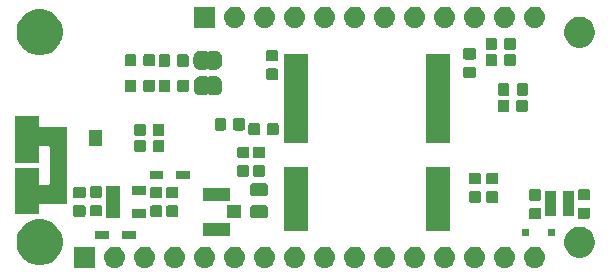
<source format=gbr>
G04 #@! TF.GenerationSoftware,KiCad,Pcbnew,(5.1.4)-1*
G04 #@! TF.CreationDate,2020-01-22T19:52:42-05:00*
G04 #@! TF.ProjectId,Feather-NEO-M9N-GPS,46656174-6865-4722-9d4e-454f2d4d394e,rev?*
G04 #@! TF.SameCoordinates,Original*
G04 #@! TF.FileFunction,Soldermask,Top*
G04 #@! TF.FilePolarity,Negative*
%FSLAX46Y46*%
G04 Gerber Fmt 4.6, Leading zero omitted, Abs format (unit mm)*
G04 Created by KiCad (PCBNEW (5.1.4)-1) date 2020-01-22 19:52:42*
%MOMM*%
%LPD*%
G04 APERTURE LIST*
%ADD10C,0.100000*%
G04 APERTURE END LIST*
D10*
G36*
X173198743Y-95193719D02*
G01*
X173264927Y-95200237D01*
X173434766Y-95251757D01*
X173591291Y-95335422D01*
X173627029Y-95364752D01*
X173728486Y-95448014D01*
X173811748Y-95549471D01*
X173841078Y-95585209D01*
X173924743Y-95741734D01*
X173976263Y-95911573D01*
X173993659Y-96088200D01*
X173976263Y-96264827D01*
X173924743Y-96434666D01*
X173841078Y-96591191D01*
X173811748Y-96626929D01*
X173728486Y-96728386D01*
X173627029Y-96811648D01*
X173591291Y-96840978D01*
X173434766Y-96924643D01*
X173264927Y-96976163D01*
X173198743Y-96982681D01*
X173132560Y-96989200D01*
X173044040Y-96989200D01*
X172977857Y-96982681D01*
X172911673Y-96976163D01*
X172741834Y-96924643D01*
X172585309Y-96840978D01*
X172549571Y-96811648D01*
X172448114Y-96728386D01*
X172364852Y-96626929D01*
X172335522Y-96591191D01*
X172251857Y-96434666D01*
X172200337Y-96264827D01*
X172182941Y-96088200D01*
X172200337Y-95911573D01*
X172251857Y-95741734D01*
X172335522Y-95585209D01*
X172364852Y-95549471D01*
X172448114Y-95448014D01*
X172549571Y-95364752D01*
X172585309Y-95335422D01*
X172741834Y-95251757D01*
X172911673Y-95200237D01*
X172977857Y-95193719D01*
X173044040Y-95187200D01*
X173132560Y-95187200D01*
X173198743Y-95193719D01*
X173198743Y-95193719D01*
G37*
G36*
X152878743Y-95193719D02*
G01*
X152944927Y-95200237D01*
X153114766Y-95251757D01*
X153271291Y-95335422D01*
X153307029Y-95364752D01*
X153408486Y-95448014D01*
X153491748Y-95549471D01*
X153521078Y-95585209D01*
X153604743Y-95741734D01*
X153656263Y-95911573D01*
X153673659Y-96088200D01*
X153656263Y-96264827D01*
X153604743Y-96434666D01*
X153521078Y-96591191D01*
X153491748Y-96626929D01*
X153408486Y-96728386D01*
X153307029Y-96811648D01*
X153271291Y-96840978D01*
X153114766Y-96924643D01*
X152944927Y-96976163D01*
X152878743Y-96982681D01*
X152812560Y-96989200D01*
X152724040Y-96989200D01*
X152657857Y-96982681D01*
X152591673Y-96976163D01*
X152421834Y-96924643D01*
X152265309Y-96840978D01*
X152229571Y-96811648D01*
X152128114Y-96728386D01*
X152044852Y-96626929D01*
X152015522Y-96591191D01*
X151931857Y-96434666D01*
X151880337Y-96264827D01*
X151862941Y-96088200D01*
X151880337Y-95911573D01*
X151931857Y-95741734D01*
X152015522Y-95585209D01*
X152044852Y-95549471D01*
X152128114Y-95448014D01*
X152229571Y-95364752D01*
X152265309Y-95335422D01*
X152421834Y-95251757D01*
X152591673Y-95200237D01*
X152657857Y-95193719D01*
X152724040Y-95187200D01*
X152812560Y-95187200D01*
X152878743Y-95193719D01*
X152878743Y-95193719D01*
G37*
G36*
X135889300Y-96989200D02*
G01*
X134087300Y-96989200D01*
X134087300Y-95187200D01*
X135889300Y-95187200D01*
X135889300Y-96989200D01*
X135889300Y-96989200D01*
G37*
G36*
X137638743Y-95193719D02*
G01*
X137704927Y-95200237D01*
X137874766Y-95251757D01*
X138031291Y-95335422D01*
X138067029Y-95364752D01*
X138168486Y-95448014D01*
X138251748Y-95549471D01*
X138281078Y-95585209D01*
X138364743Y-95741734D01*
X138416263Y-95911573D01*
X138433659Y-96088200D01*
X138416263Y-96264827D01*
X138364743Y-96434666D01*
X138281078Y-96591191D01*
X138251748Y-96626929D01*
X138168486Y-96728386D01*
X138067029Y-96811648D01*
X138031291Y-96840978D01*
X137874766Y-96924643D01*
X137704927Y-96976163D01*
X137638743Y-96982681D01*
X137572560Y-96989200D01*
X137484040Y-96989200D01*
X137417857Y-96982681D01*
X137351673Y-96976163D01*
X137181834Y-96924643D01*
X137025309Y-96840978D01*
X136989571Y-96811648D01*
X136888114Y-96728386D01*
X136804852Y-96626929D01*
X136775522Y-96591191D01*
X136691857Y-96434666D01*
X136640337Y-96264827D01*
X136622941Y-96088200D01*
X136640337Y-95911573D01*
X136691857Y-95741734D01*
X136775522Y-95585209D01*
X136804852Y-95549471D01*
X136888114Y-95448014D01*
X136989571Y-95364752D01*
X137025309Y-95335422D01*
X137181834Y-95251757D01*
X137351673Y-95200237D01*
X137417857Y-95193719D01*
X137484040Y-95187200D01*
X137572560Y-95187200D01*
X137638743Y-95193719D01*
X137638743Y-95193719D01*
G37*
G36*
X140178743Y-95193719D02*
G01*
X140244927Y-95200237D01*
X140414766Y-95251757D01*
X140571291Y-95335422D01*
X140607029Y-95364752D01*
X140708486Y-95448014D01*
X140791748Y-95549471D01*
X140821078Y-95585209D01*
X140904743Y-95741734D01*
X140956263Y-95911573D01*
X140973659Y-96088200D01*
X140956263Y-96264827D01*
X140904743Y-96434666D01*
X140821078Y-96591191D01*
X140791748Y-96626929D01*
X140708486Y-96728386D01*
X140607029Y-96811648D01*
X140571291Y-96840978D01*
X140414766Y-96924643D01*
X140244927Y-96976163D01*
X140178743Y-96982681D01*
X140112560Y-96989200D01*
X140024040Y-96989200D01*
X139957857Y-96982681D01*
X139891673Y-96976163D01*
X139721834Y-96924643D01*
X139565309Y-96840978D01*
X139529571Y-96811648D01*
X139428114Y-96728386D01*
X139344852Y-96626929D01*
X139315522Y-96591191D01*
X139231857Y-96434666D01*
X139180337Y-96264827D01*
X139162941Y-96088200D01*
X139180337Y-95911573D01*
X139231857Y-95741734D01*
X139315522Y-95585209D01*
X139344852Y-95549471D01*
X139428114Y-95448014D01*
X139529571Y-95364752D01*
X139565309Y-95335422D01*
X139721834Y-95251757D01*
X139891673Y-95200237D01*
X139957857Y-95193719D01*
X140024040Y-95187200D01*
X140112560Y-95187200D01*
X140178743Y-95193719D01*
X140178743Y-95193719D01*
G37*
G36*
X142718743Y-95193719D02*
G01*
X142784927Y-95200237D01*
X142954766Y-95251757D01*
X143111291Y-95335422D01*
X143147029Y-95364752D01*
X143248486Y-95448014D01*
X143331748Y-95549471D01*
X143361078Y-95585209D01*
X143444743Y-95741734D01*
X143496263Y-95911573D01*
X143513659Y-96088200D01*
X143496263Y-96264827D01*
X143444743Y-96434666D01*
X143361078Y-96591191D01*
X143331748Y-96626929D01*
X143248486Y-96728386D01*
X143147029Y-96811648D01*
X143111291Y-96840978D01*
X142954766Y-96924643D01*
X142784927Y-96976163D01*
X142718743Y-96982681D01*
X142652560Y-96989200D01*
X142564040Y-96989200D01*
X142497857Y-96982681D01*
X142431673Y-96976163D01*
X142261834Y-96924643D01*
X142105309Y-96840978D01*
X142069571Y-96811648D01*
X141968114Y-96728386D01*
X141884852Y-96626929D01*
X141855522Y-96591191D01*
X141771857Y-96434666D01*
X141720337Y-96264827D01*
X141702941Y-96088200D01*
X141720337Y-95911573D01*
X141771857Y-95741734D01*
X141855522Y-95585209D01*
X141884852Y-95549471D01*
X141968114Y-95448014D01*
X142069571Y-95364752D01*
X142105309Y-95335422D01*
X142261834Y-95251757D01*
X142431673Y-95200237D01*
X142497857Y-95193719D01*
X142564040Y-95187200D01*
X142652560Y-95187200D01*
X142718743Y-95193719D01*
X142718743Y-95193719D01*
G37*
G36*
X145258743Y-95193719D02*
G01*
X145324927Y-95200237D01*
X145494766Y-95251757D01*
X145651291Y-95335422D01*
X145687029Y-95364752D01*
X145788486Y-95448014D01*
X145871748Y-95549471D01*
X145901078Y-95585209D01*
X145984743Y-95741734D01*
X146036263Y-95911573D01*
X146053659Y-96088200D01*
X146036263Y-96264827D01*
X145984743Y-96434666D01*
X145901078Y-96591191D01*
X145871748Y-96626929D01*
X145788486Y-96728386D01*
X145687029Y-96811648D01*
X145651291Y-96840978D01*
X145494766Y-96924643D01*
X145324927Y-96976163D01*
X145258743Y-96982681D01*
X145192560Y-96989200D01*
X145104040Y-96989200D01*
X145037857Y-96982681D01*
X144971673Y-96976163D01*
X144801834Y-96924643D01*
X144645309Y-96840978D01*
X144609571Y-96811648D01*
X144508114Y-96728386D01*
X144424852Y-96626929D01*
X144395522Y-96591191D01*
X144311857Y-96434666D01*
X144260337Y-96264827D01*
X144242941Y-96088200D01*
X144260337Y-95911573D01*
X144311857Y-95741734D01*
X144395522Y-95585209D01*
X144424852Y-95549471D01*
X144508114Y-95448014D01*
X144609571Y-95364752D01*
X144645309Y-95335422D01*
X144801834Y-95251757D01*
X144971673Y-95200237D01*
X145037857Y-95193719D01*
X145104040Y-95187200D01*
X145192560Y-95187200D01*
X145258743Y-95193719D01*
X145258743Y-95193719D01*
G37*
G36*
X147798743Y-95193719D02*
G01*
X147864927Y-95200237D01*
X148034766Y-95251757D01*
X148191291Y-95335422D01*
X148227029Y-95364752D01*
X148328486Y-95448014D01*
X148411748Y-95549471D01*
X148441078Y-95585209D01*
X148524743Y-95741734D01*
X148576263Y-95911573D01*
X148593659Y-96088200D01*
X148576263Y-96264827D01*
X148524743Y-96434666D01*
X148441078Y-96591191D01*
X148411748Y-96626929D01*
X148328486Y-96728386D01*
X148227029Y-96811648D01*
X148191291Y-96840978D01*
X148034766Y-96924643D01*
X147864927Y-96976163D01*
X147798743Y-96982681D01*
X147732560Y-96989200D01*
X147644040Y-96989200D01*
X147577857Y-96982681D01*
X147511673Y-96976163D01*
X147341834Y-96924643D01*
X147185309Y-96840978D01*
X147149571Y-96811648D01*
X147048114Y-96728386D01*
X146964852Y-96626929D01*
X146935522Y-96591191D01*
X146851857Y-96434666D01*
X146800337Y-96264827D01*
X146782941Y-96088200D01*
X146800337Y-95911573D01*
X146851857Y-95741734D01*
X146935522Y-95585209D01*
X146964852Y-95549471D01*
X147048114Y-95448014D01*
X147149571Y-95364752D01*
X147185309Y-95335422D01*
X147341834Y-95251757D01*
X147511673Y-95200237D01*
X147577857Y-95193719D01*
X147644040Y-95187200D01*
X147732560Y-95187200D01*
X147798743Y-95193719D01*
X147798743Y-95193719D01*
G37*
G36*
X150338743Y-95193719D02*
G01*
X150404927Y-95200237D01*
X150574766Y-95251757D01*
X150731291Y-95335422D01*
X150767029Y-95364752D01*
X150868486Y-95448014D01*
X150951748Y-95549471D01*
X150981078Y-95585209D01*
X151064743Y-95741734D01*
X151116263Y-95911573D01*
X151133659Y-96088200D01*
X151116263Y-96264827D01*
X151064743Y-96434666D01*
X150981078Y-96591191D01*
X150951748Y-96626929D01*
X150868486Y-96728386D01*
X150767029Y-96811648D01*
X150731291Y-96840978D01*
X150574766Y-96924643D01*
X150404927Y-96976163D01*
X150338743Y-96982681D01*
X150272560Y-96989200D01*
X150184040Y-96989200D01*
X150117857Y-96982681D01*
X150051673Y-96976163D01*
X149881834Y-96924643D01*
X149725309Y-96840978D01*
X149689571Y-96811648D01*
X149588114Y-96728386D01*
X149504852Y-96626929D01*
X149475522Y-96591191D01*
X149391857Y-96434666D01*
X149340337Y-96264827D01*
X149322941Y-96088200D01*
X149340337Y-95911573D01*
X149391857Y-95741734D01*
X149475522Y-95585209D01*
X149504852Y-95549471D01*
X149588114Y-95448014D01*
X149689571Y-95364752D01*
X149725309Y-95335422D01*
X149881834Y-95251757D01*
X150051673Y-95200237D01*
X150117857Y-95193719D01*
X150184040Y-95187200D01*
X150272560Y-95187200D01*
X150338743Y-95193719D01*
X150338743Y-95193719D01*
G37*
G36*
X157958743Y-95193719D02*
G01*
X158024927Y-95200237D01*
X158194766Y-95251757D01*
X158351291Y-95335422D01*
X158387029Y-95364752D01*
X158488486Y-95448014D01*
X158571748Y-95549471D01*
X158601078Y-95585209D01*
X158684743Y-95741734D01*
X158736263Y-95911573D01*
X158753659Y-96088200D01*
X158736263Y-96264827D01*
X158684743Y-96434666D01*
X158601078Y-96591191D01*
X158571748Y-96626929D01*
X158488486Y-96728386D01*
X158387029Y-96811648D01*
X158351291Y-96840978D01*
X158194766Y-96924643D01*
X158024927Y-96976163D01*
X157958743Y-96982681D01*
X157892560Y-96989200D01*
X157804040Y-96989200D01*
X157737857Y-96982681D01*
X157671673Y-96976163D01*
X157501834Y-96924643D01*
X157345309Y-96840978D01*
X157309571Y-96811648D01*
X157208114Y-96728386D01*
X157124852Y-96626929D01*
X157095522Y-96591191D01*
X157011857Y-96434666D01*
X156960337Y-96264827D01*
X156942941Y-96088200D01*
X156960337Y-95911573D01*
X157011857Y-95741734D01*
X157095522Y-95585209D01*
X157124852Y-95549471D01*
X157208114Y-95448014D01*
X157309571Y-95364752D01*
X157345309Y-95335422D01*
X157501834Y-95251757D01*
X157671673Y-95200237D01*
X157737857Y-95193719D01*
X157804040Y-95187200D01*
X157892560Y-95187200D01*
X157958743Y-95193719D01*
X157958743Y-95193719D01*
G37*
G36*
X155418743Y-95193719D02*
G01*
X155484927Y-95200237D01*
X155654766Y-95251757D01*
X155811291Y-95335422D01*
X155847029Y-95364752D01*
X155948486Y-95448014D01*
X156031748Y-95549471D01*
X156061078Y-95585209D01*
X156144743Y-95741734D01*
X156196263Y-95911573D01*
X156213659Y-96088200D01*
X156196263Y-96264827D01*
X156144743Y-96434666D01*
X156061078Y-96591191D01*
X156031748Y-96626929D01*
X155948486Y-96728386D01*
X155847029Y-96811648D01*
X155811291Y-96840978D01*
X155654766Y-96924643D01*
X155484927Y-96976163D01*
X155418743Y-96982681D01*
X155352560Y-96989200D01*
X155264040Y-96989200D01*
X155197857Y-96982681D01*
X155131673Y-96976163D01*
X154961834Y-96924643D01*
X154805309Y-96840978D01*
X154769571Y-96811648D01*
X154668114Y-96728386D01*
X154584852Y-96626929D01*
X154555522Y-96591191D01*
X154471857Y-96434666D01*
X154420337Y-96264827D01*
X154402941Y-96088200D01*
X154420337Y-95911573D01*
X154471857Y-95741734D01*
X154555522Y-95585209D01*
X154584852Y-95549471D01*
X154668114Y-95448014D01*
X154769571Y-95364752D01*
X154805309Y-95335422D01*
X154961834Y-95251757D01*
X155131673Y-95200237D01*
X155197857Y-95193719D01*
X155264040Y-95187200D01*
X155352560Y-95187200D01*
X155418743Y-95193719D01*
X155418743Y-95193719D01*
G37*
G36*
X170658743Y-95193719D02*
G01*
X170724927Y-95200237D01*
X170894766Y-95251757D01*
X171051291Y-95335422D01*
X171087029Y-95364752D01*
X171188486Y-95448014D01*
X171271748Y-95549471D01*
X171301078Y-95585209D01*
X171384743Y-95741734D01*
X171436263Y-95911573D01*
X171453659Y-96088200D01*
X171436263Y-96264827D01*
X171384743Y-96434666D01*
X171301078Y-96591191D01*
X171271748Y-96626929D01*
X171188486Y-96728386D01*
X171087029Y-96811648D01*
X171051291Y-96840978D01*
X170894766Y-96924643D01*
X170724927Y-96976163D01*
X170658743Y-96982681D01*
X170592560Y-96989200D01*
X170504040Y-96989200D01*
X170437857Y-96982681D01*
X170371673Y-96976163D01*
X170201834Y-96924643D01*
X170045309Y-96840978D01*
X170009571Y-96811648D01*
X169908114Y-96728386D01*
X169824852Y-96626929D01*
X169795522Y-96591191D01*
X169711857Y-96434666D01*
X169660337Y-96264827D01*
X169642941Y-96088200D01*
X169660337Y-95911573D01*
X169711857Y-95741734D01*
X169795522Y-95585209D01*
X169824852Y-95549471D01*
X169908114Y-95448014D01*
X170009571Y-95364752D01*
X170045309Y-95335422D01*
X170201834Y-95251757D01*
X170371673Y-95200237D01*
X170437857Y-95193719D01*
X170504040Y-95187200D01*
X170592560Y-95187200D01*
X170658743Y-95193719D01*
X170658743Y-95193719D01*
G37*
G36*
X168118743Y-95193719D02*
G01*
X168184927Y-95200237D01*
X168354766Y-95251757D01*
X168511291Y-95335422D01*
X168547029Y-95364752D01*
X168648486Y-95448014D01*
X168731748Y-95549471D01*
X168761078Y-95585209D01*
X168844743Y-95741734D01*
X168896263Y-95911573D01*
X168913659Y-96088200D01*
X168896263Y-96264827D01*
X168844743Y-96434666D01*
X168761078Y-96591191D01*
X168731748Y-96626929D01*
X168648486Y-96728386D01*
X168547029Y-96811648D01*
X168511291Y-96840978D01*
X168354766Y-96924643D01*
X168184927Y-96976163D01*
X168118743Y-96982681D01*
X168052560Y-96989200D01*
X167964040Y-96989200D01*
X167897857Y-96982681D01*
X167831673Y-96976163D01*
X167661834Y-96924643D01*
X167505309Y-96840978D01*
X167469571Y-96811648D01*
X167368114Y-96728386D01*
X167284852Y-96626929D01*
X167255522Y-96591191D01*
X167171857Y-96434666D01*
X167120337Y-96264827D01*
X167102941Y-96088200D01*
X167120337Y-95911573D01*
X167171857Y-95741734D01*
X167255522Y-95585209D01*
X167284852Y-95549471D01*
X167368114Y-95448014D01*
X167469571Y-95364752D01*
X167505309Y-95335422D01*
X167661834Y-95251757D01*
X167831673Y-95200237D01*
X167897857Y-95193719D01*
X167964040Y-95187200D01*
X168052560Y-95187200D01*
X168118743Y-95193719D01*
X168118743Y-95193719D01*
G37*
G36*
X163038743Y-95193719D02*
G01*
X163104927Y-95200237D01*
X163274766Y-95251757D01*
X163431291Y-95335422D01*
X163467029Y-95364752D01*
X163568486Y-95448014D01*
X163651748Y-95549471D01*
X163681078Y-95585209D01*
X163764743Y-95741734D01*
X163816263Y-95911573D01*
X163833659Y-96088200D01*
X163816263Y-96264827D01*
X163764743Y-96434666D01*
X163681078Y-96591191D01*
X163651748Y-96626929D01*
X163568486Y-96728386D01*
X163467029Y-96811648D01*
X163431291Y-96840978D01*
X163274766Y-96924643D01*
X163104927Y-96976163D01*
X163038743Y-96982681D01*
X162972560Y-96989200D01*
X162884040Y-96989200D01*
X162817857Y-96982681D01*
X162751673Y-96976163D01*
X162581834Y-96924643D01*
X162425309Y-96840978D01*
X162389571Y-96811648D01*
X162288114Y-96728386D01*
X162204852Y-96626929D01*
X162175522Y-96591191D01*
X162091857Y-96434666D01*
X162040337Y-96264827D01*
X162022941Y-96088200D01*
X162040337Y-95911573D01*
X162091857Y-95741734D01*
X162175522Y-95585209D01*
X162204852Y-95549471D01*
X162288114Y-95448014D01*
X162389571Y-95364752D01*
X162425309Y-95335422D01*
X162581834Y-95251757D01*
X162751673Y-95200237D01*
X162817857Y-95193719D01*
X162884040Y-95187200D01*
X162972560Y-95187200D01*
X163038743Y-95193719D01*
X163038743Y-95193719D01*
G37*
G36*
X160498743Y-95193719D02*
G01*
X160564927Y-95200237D01*
X160734766Y-95251757D01*
X160891291Y-95335422D01*
X160927029Y-95364752D01*
X161028486Y-95448014D01*
X161111748Y-95549471D01*
X161141078Y-95585209D01*
X161224743Y-95741734D01*
X161276263Y-95911573D01*
X161293659Y-96088200D01*
X161276263Y-96264827D01*
X161224743Y-96434666D01*
X161141078Y-96591191D01*
X161111748Y-96626929D01*
X161028486Y-96728386D01*
X160927029Y-96811648D01*
X160891291Y-96840978D01*
X160734766Y-96924643D01*
X160564927Y-96976163D01*
X160498743Y-96982681D01*
X160432560Y-96989200D01*
X160344040Y-96989200D01*
X160277857Y-96982681D01*
X160211673Y-96976163D01*
X160041834Y-96924643D01*
X159885309Y-96840978D01*
X159849571Y-96811648D01*
X159748114Y-96728386D01*
X159664852Y-96626929D01*
X159635522Y-96591191D01*
X159551857Y-96434666D01*
X159500337Y-96264827D01*
X159482941Y-96088200D01*
X159500337Y-95911573D01*
X159551857Y-95741734D01*
X159635522Y-95585209D01*
X159664852Y-95549471D01*
X159748114Y-95448014D01*
X159849571Y-95364752D01*
X159885309Y-95335422D01*
X160041834Y-95251757D01*
X160211673Y-95200237D01*
X160277857Y-95193719D01*
X160344040Y-95187200D01*
X160432560Y-95187200D01*
X160498743Y-95193719D01*
X160498743Y-95193719D01*
G37*
G36*
X165578743Y-95193719D02*
G01*
X165644927Y-95200237D01*
X165814766Y-95251757D01*
X165971291Y-95335422D01*
X166007029Y-95364752D01*
X166108486Y-95448014D01*
X166191748Y-95549471D01*
X166221078Y-95585209D01*
X166304743Y-95741734D01*
X166356263Y-95911573D01*
X166373659Y-96088200D01*
X166356263Y-96264827D01*
X166304743Y-96434666D01*
X166221078Y-96591191D01*
X166191748Y-96626929D01*
X166108486Y-96728386D01*
X166007029Y-96811648D01*
X165971291Y-96840978D01*
X165814766Y-96924643D01*
X165644927Y-96976163D01*
X165578743Y-96982681D01*
X165512560Y-96989200D01*
X165424040Y-96989200D01*
X165357857Y-96982681D01*
X165291673Y-96976163D01*
X165121834Y-96924643D01*
X164965309Y-96840978D01*
X164929571Y-96811648D01*
X164828114Y-96728386D01*
X164744852Y-96626929D01*
X164715522Y-96591191D01*
X164631857Y-96434666D01*
X164580337Y-96264827D01*
X164562941Y-96088200D01*
X164580337Y-95911573D01*
X164631857Y-95741734D01*
X164715522Y-95585209D01*
X164744852Y-95549471D01*
X164828114Y-95448014D01*
X164929571Y-95364752D01*
X164965309Y-95335422D01*
X165121834Y-95251757D01*
X165291673Y-95200237D01*
X165357857Y-95193719D01*
X165424040Y-95187200D01*
X165512560Y-95187200D01*
X165578743Y-95193719D01*
X165578743Y-95193719D01*
G37*
G36*
X131747385Y-92942175D02*
G01*
X132102443Y-93089245D01*
X132102445Y-93089246D01*
X132421990Y-93302759D01*
X132693741Y-93574510D01*
X132849518Y-93807647D01*
X132907255Y-93894057D01*
X133054325Y-94249115D01*
X133129300Y-94626042D01*
X133129300Y-95010358D01*
X133054325Y-95387285D01*
X132972342Y-95585209D01*
X132907254Y-95742345D01*
X132693741Y-96061890D01*
X132421990Y-96333641D01*
X132102445Y-96547154D01*
X132102444Y-96547155D01*
X132102443Y-96547155D01*
X131747385Y-96694225D01*
X131370458Y-96769200D01*
X130986142Y-96769200D01*
X130609215Y-96694225D01*
X130254157Y-96547155D01*
X130254156Y-96547155D01*
X130254155Y-96547154D01*
X129934610Y-96333641D01*
X129662859Y-96061890D01*
X129449346Y-95742345D01*
X129384258Y-95585209D01*
X129302275Y-95387285D01*
X129227300Y-95010358D01*
X129227300Y-94626042D01*
X129302275Y-94249115D01*
X129449345Y-93894057D01*
X129507082Y-93807647D01*
X129662859Y-93574510D01*
X129934610Y-93302759D01*
X130254155Y-93089246D01*
X130254157Y-93089245D01*
X130609215Y-92942175D01*
X130986142Y-92867200D01*
X131370458Y-92867200D01*
X131747385Y-92942175D01*
X131747385Y-92942175D01*
G37*
G36*
X177277787Y-93567196D02*
G01*
X177514553Y-93665268D01*
X177514555Y-93665269D01*
X177599728Y-93722180D01*
X177727639Y-93807647D01*
X177908853Y-93988861D01*
X178051232Y-94201947D01*
X178149304Y-94438713D01*
X178199300Y-94690061D01*
X178199300Y-94946339D01*
X178149304Y-95197687D01*
X178070769Y-95387286D01*
X178051231Y-95434455D01*
X177908853Y-95647539D01*
X177727639Y-95828753D01*
X177514555Y-95971131D01*
X177514554Y-95971132D01*
X177514553Y-95971132D01*
X177277787Y-96069204D01*
X177026439Y-96119200D01*
X176770161Y-96119200D01*
X176518813Y-96069204D01*
X176282047Y-95971132D01*
X176282046Y-95971132D01*
X176282045Y-95971131D01*
X176068961Y-95828753D01*
X175887747Y-95647539D01*
X175745369Y-95434455D01*
X175725831Y-95387286D01*
X175647296Y-95197687D01*
X175597300Y-94946339D01*
X175597300Y-94690061D01*
X175647296Y-94438713D01*
X175745368Y-94201947D01*
X175887747Y-93988861D01*
X176068961Y-93807647D01*
X176196872Y-93722180D01*
X176282045Y-93665269D01*
X176282047Y-93665268D01*
X176518813Y-93567196D01*
X176770161Y-93517200D01*
X177026439Y-93517200D01*
X177277787Y-93567196D01*
X177277787Y-93567196D01*
G37*
G36*
X139305800Y-94509600D02*
G01*
X138153800Y-94509600D01*
X138153800Y-93907600D01*
X139305800Y-93907600D01*
X139305800Y-94509600D01*
X139305800Y-94509600D01*
G37*
G36*
X137029800Y-94509600D02*
G01*
X135877800Y-94509600D01*
X135877800Y-93907600D01*
X137029800Y-93907600D01*
X137029800Y-94509600D01*
X137029800Y-94509600D01*
G37*
G36*
X174842360Y-94324180D02*
G01*
X174240360Y-94324180D01*
X174240360Y-93722180D01*
X174842360Y-93722180D01*
X174842360Y-94324180D01*
X174842360Y-94324180D01*
G37*
G36*
X172642360Y-94324180D02*
G01*
X172040360Y-94324180D01*
X172040360Y-93722180D01*
X172642360Y-93722180D01*
X172642360Y-94324180D01*
X172642360Y-94324180D01*
G37*
G36*
X147289900Y-94303800D02*
G01*
X144987900Y-94303800D01*
X144987900Y-93151800D01*
X147289900Y-93151800D01*
X147289900Y-94303800D01*
X147289900Y-94303800D01*
G37*
G36*
X165904000Y-93848900D02*
G01*
X163900800Y-93848900D01*
X163900800Y-88445700D01*
X165904000Y-88445700D01*
X165904000Y-93848900D01*
X165904000Y-93848900D01*
G37*
G36*
X153904000Y-93848900D02*
G01*
X151900800Y-93848900D01*
X151900800Y-88445700D01*
X153904000Y-88445700D01*
X153904000Y-93848900D01*
X153904000Y-93848900D01*
G37*
G36*
X173516151Y-91913265D02*
G01*
X173550129Y-91923573D01*
X173581450Y-91940314D01*
X173608899Y-91962841D01*
X173631426Y-91990290D01*
X173648167Y-92021611D01*
X173658475Y-92055589D01*
X173662560Y-92097070D01*
X173662560Y-92698290D01*
X173658475Y-92739771D01*
X173648167Y-92773749D01*
X173631426Y-92805070D01*
X173608899Y-92832519D01*
X173581450Y-92855046D01*
X173550129Y-92871787D01*
X173516151Y-92882095D01*
X173474670Y-92886180D01*
X172798450Y-92886180D01*
X172756969Y-92882095D01*
X172722991Y-92871787D01*
X172691670Y-92855046D01*
X172664221Y-92832519D01*
X172641694Y-92805070D01*
X172624953Y-92773749D01*
X172614645Y-92739771D01*
X172610560Y-92698290D01*
X172610560Y-92097070D01*
X172614645Y-92055589D01*
X172624953Y-92021611D01*
X172641694Y-91990290D01*
X172664221Y-91962841D01*
X172691670Y-91940314D01*
X172722991Y-91923573D01*
X172756969Y-91913265D01*
X172798450Y-91909180D01*
X173474670Y-91909180D01*
X173516151Y-91913265D01*
X173516151Y-91913265D01*
G37*
G36*
X177630951Y-91887865D02*
G01*
X177664929Y-91898173D01*
X177696250Y-91914914D01*
X177723699Y-91937441D01*
X177746226Y-91964890D01*
X177762967Y-91996211D01*
X177773275Y-92030189D01*
X177777360Y-92071670D01*
X177777360Y-92672890D01*
X177773275Y-92714371D01*
X177762967Y-92748349D01*
X177746226Y-92779670D01*
X177723699Y-92807119D01*
X177696250Y-92829646D01*
X177664929Y-92846387D01*
X177630951Y-92856695D01*
X177589470Y-92860780D01*
X176913250Y-92860780D01*
X176871769Y-92856695D01*
X176837791Y-92846387D01*
X176806470Y-92829646D01*
X176779021Y-92807119D01*
X176756494Y-92779670D01*
X176739753Y-92748349D01*
X176729445Y-92714371D01*
X176725360Y-92672890D01*
X176725360Y-92071670D01*
X176729445Y-92030189D01*
X176739753Y-91996211D01*
X176756494Y-91964890D01*
X176779021Y-91937441D01*
X176806470Y-91914914D01*
X176837791Y-91898173D01*
X176871769Y-91887865D01*
X176913250Y-91883780D01*
X177589470Y-91883780D01*
X177630951Y-91887865D01*
X177630951Y-91887865D01*
G37*
G36*
X148239900Y-92803800D02*
G01*
X147087900Y-92803800D01*
X147087900Y-91701800D01*
X148239900Y-91701800D01*
X148239900Y-92803800D01*
X148239900Y-92803800D01*
G37*
G36*
X150342868Y-91703865D02*
G01*
X150381538Y-91715596D01*
X150417177Y-91734646D01*
X150448417Y-91760283D01*
X150474054Y-91791523D01*
X150493104Y-91827162D01*
X150504835Y-91865832D01*
X150509400Y-91912188D01*
X150509400Y-92563412D01*
X150504835Y-92609768D01*
X150493104Y-92648438D01*
X150474054Y-92684077D01*
X150448417Y-92715317D01*
X150417177Y-92740954D01*
X150381538Y-92760004D01*
X150342868Y-92771735D01*
X150296512Y-92776300D01*
X149220288Y-92776300D01*
X149173932Y-92771735D01*
X149135262Y-92760004D01*
X149099623Y-92740954D01*
X149068383Y-92715317D01*
X149042746Y-92684077D01*
X149023696Y-92648438D01*
X149011965Y-92609768D01*
X149007400Y-92563412D01*
X149007400Y-91912188D01*
X149011965Y-91865832D01*
X149023696Y-91827162D01*
X149042746Y-91791523D01*
X149068383Y-91760283D01*
X149099623Y-91734646D01*
X149135262Y-91715596D01*
X149173932Y-91703865D01*
X149220288Y-91699300D01*
X150296512Y-91699300D01*
X150342868Y-91703865D01*
X150342868Y-91703865D01*
G37*
G36*
X137961800Y-92727900D02*
G01*
X136799800Y-92727900D01*
X136799800Y-90075900D01*
X137961800Y-90075900D01*
X137961800Y-92727900D01*
X137961800Y-92727900D01*
G37*
G36*
X140161800Y-92727900D02*
G01*
X138999800Y-92727900D01*
X138999800Y-91975900D01*
X140161800Y-91975900D01*
X140161800Y-92727900D01*
X140161800Y-92727900D01*
G37*
G36*
X141425791Y-91704985D02*
G01*
X141459769Y-91715293D01*
X141491090Y-91732034D01*
X141518539Y-91754561D01*
X141541066Y-91782010D01*
X141557807Y-91813331D01*
X141568115Y-91847309D01*
X141572200Y-91888790D01*
X141572200Y-92490010D01*
X141568115Y-92531491D01*
X141557807Y-92565469D01*
X141541066Y-92596790D01*
X141518539Y-92624239D01*
X141491090Y-92646766D01*
X141459769Y-92663507D01*
X141425791Y-92673815D01*
X141384310Y-92677900D01*
X140708090Y-92677900D01*
X140666609Y-92673815D01*
X140632631Y-92663507D01*
X140601310Y-92646766D01*
X140573861Y-92624239D01*
X140551334Y-92596790D01*
X140534593Y-92565469D01*
X140524285Y-92531491D01*
X140520200Y-92490010D01*
X140520200Y-91888790D01*
X140524285Y-91847309D01*
X140534593Y-91813331D01*
X140551334Y-91782010D01*
X140573861Y-91754561D01*
X140601310Y-91732034D01*
X140632631Y-91715293D01*
X140666609Y-91704985D01*
X140708090Y-91700900D01*
X141384310Y-91700900D01*
X141425791Y-91704985D01*
X141425791Y-91704985D01*
G37*
G36*
X142784691Y-91704985D02*
G01*
X142818669Y-91715293D01*
X142849990Y-91732034D01*
X142877439Y-91754561D01*
X142899966Y-91782010D01*
X142916707Y-91813331D01*
X142927015Y-91847309D01*
X142931100Y-91888790D01*
X142931100Y-92490010D01*
X142927015Y-92531491D01*
X142916707Y-92565469D01*
X142899966Y-92596790D01*
X142877439Y-92624239D01*
X142849990Y-92646766D01*
X142818669Y-92663507D01*
X142784691Y-92673815D01*
X142743210Y-92677900D01*
X142066990Y-92677900D01*
X142025509Y-92673815D01*
X141991531Y-92663507D01*
X141960210Y-92646766D01*
X141932761Y-92624239D01*
X141910234Y-92596790D01*
X141893493Y-92565469D01*
X141883185Y-92531491D01*
X141879100Y-92490010D01*
X141879100Y-91888790D01*
X141883185Y-91847309D01*
X141893493Y-91813331D01*
X141910234Y-91782010D01*
X141932761Y-91754561D01*
X141960210Y-91732034D01*
X141991531Y-91715293D01*
X142025509Y-91704985D01*
X142066990Y-91700900D01*
X142743210Y-91700900D01*
X142784691Y-91704985D01*
X142784691Y-91704985D01*
G37*
G36*
X134923391Y-91692285D02*
G01*
X134957369Y-91702593D01*
X134988690Y-91719334D01*
X135016139Y-91741861D01*
X135038666Y-91769310D01*
X135055407Y-91800631D01*
X135065715Y-91834609D01*
X135069800Y-91876090D01*
X135069800Y-92477310D01*
X135065715Y-92518791D01*
X135055407Y-92552769D01*
X135038666Y-92584090D01*
X135016139Y-92611539D01*
X134988690Y-92634066D01*
X134957369Y-92650807D01*
X134923391Y-92661115D01*
X134881910Y-92665200D01*
X134205690Y-92665200D01*
X134164209Y-92661115D01*
X134130231Y-92650807D01*
X134098910Y-92634066D01*
X134071461Y-92611539D01*
X134048934Y-92584090D01*
X134032193Y-92552769D01*
X134021885Y-92518791D01*
X134017800Y-92477310D01*
X134017800Y-91876090D01*
X134021885Y-91834609D01*
X134032193Y-91800631D01*
X134048934Y-91769310D01*
X134071461Y-91741861D01*
X134098910Y-91719334D01*
X134130231Y-91702593D01*
X134164209Y-91692285D01*
X134205690Y-91688200D01*
X134881910Y-91688200D01*
X134923391Y-91692285D01*
X134923391Y-91692285D01*
G37*
G36*
X136333091Y-91666885D02*
G01*
X136367069Y-91677193D01*
X136398390Y-91693934D01*
X136425839Y-91716461D01*
X136448366Y-91743910D01*
X136465107Y-91775231D01*
X136475415Y-91809209D01*
X136479500Y-91850690D01*
X136479500Y-92451910D01*
X136475415Y-92493391D01*
X136465107Y-92527369D01*
X136448366Y-92558690D01*
X136425839Y-92586139D01*
X136398390Y-92608666D01*
X136367069Y-92625407D01*
X136333091Y-92635715D01*
X136291610Y-92639800D01*
X135615390Y-92639800D01*
X135573909Y-92635715D01*
X135539931Y-92625407D01*
X135508610Y-92608666D01*
X135481161Y-92586139D01*
X135458634Y-92558690D01*
X135441893Y-92527369D01*
X135431585Y-92493391D01*
X135427500Y-92451910D01*
X135427500Y-91850690D01*
X135431585Y-91809209D01*
X135441893Y-91775231D01*
X135458634Y-91743910D01*
X135481161Y-91716461D01*
X135508610Y-91693934D01*
X135539931Y-91677193D01*
X135573909Y-91666885D01*
X135615390Y-91662800D01*
X136291610Y-91662800D01*
X136333091Y-91666885D01*
X136333091Y-91666885D01*
G37*
G36*
X176394960Y-92610380D02*
G01*
X175492960Y-92610380D01*
X175492960Y-90508380D01*
X176394960Y-90508380D01*
X176394960Y-92610380D01*
X176394960Y-92610380D01*
G37*
G36*
X174894960Y-92610380D02*
G01*
X173992960Y-92610380D01*
X173992960Y-90508380D01*
X174894960Y-90508380D01*
X174894960Y-92610380D01*
X174894960Y-92610380D01*
G37*
G36*
X131108840Y-84944881D02*
G01*
X131111242Y-84969267D01*
X131118355Y-84992716D01*
X131129906Y-85014327D01*
X131145451Y-85033269D01*
X131164393Y-85048814D01*
X131186004Y-85060365D01*
X131209453Y-85067478D01*
X131233839Y-85069880D01*
X133508840Y-85069880D01*
X133508840Y-91571880D01*
X131233839Y-91571880D01*
X131209453Y-91574282D01*
X131186004Y-91581395D01*
X131164393Y-91592946D01*
X131145451Y-91608491D01*
X131129906Y-91627433D01*
X131118355Y-91649044D01*
X131111242Y-91672493D01*
X131108840Y-91696879D01*
X131108840Y-92469380D01*
X129106840Y-92469380D01*
X129106840Y-88522380D01*
X131108840Y-88522380D01*
X131108840Y-89869881D01*
X131111242Y-89894267D01*
X131118355Y-89917716D01*
X131129906Y-89939327D01*
X131145451Y-89958269D01*
X131164393Y-89973814D01*
X131186004Y-89985365D01*
X131209453Y-89992478D01*
X131233839Y-89994880D01*
X131901841Y-89994880D01*
X131926227Y-89992478D01*
X131949676Y-89985365D01*
X131971287Y-89973814D01*
X131990229Y-89958269D01*
X132005774Y-89939327D01*
X132017325Y-89917716D01*
X132024438Y-89894267D01*
X132026840Y-89869881D01*
X132026840Y-86771879D01*
X132024438Y-86747493D01*
X132017325Y-86724044D01*
X132005774Y-86702433D01*
X131990229Y-86683491D01*
X131971287Y-86667946D01*
X131949676Y-86656395D01*
X131926227Y-86649282D01*
X131901841Y-86646880D01*
X131233839Y-86646880D01*
X131209453Y-86649282D01*
X131186004Y-86656395D01*
X131164393Y-86667946D01*
X131145451Y-86683491D01*
X131129906Y-86702433D01*
X131118355Y-86724044D01*
X131111242Y-86747493D01*
X131108840Y-86771879D01*
X131108840Y-88119380D01*
X129106840Y-88119380D01*
X129106840Y-84172380D01*
X131108840Y-84172380D01*
X131108840Y-84944881D01*
X131108840Y-84944881D01*
G37*
G36*
X168415831Y-90508645D02*
G01*
X168449809Y-90518953D01*
X168481130Y-90535694D01*
X168508579Y-90558221D01*
X168531106Y-90585670D01*
X168547847Y-90616991D01*
X168558155Y-90650969D01*
X168562240Y-90692450D01*
X168562240Y-91293670D01*
X168558155Y-91335151D01*
X168547847Y-91369129D01*
X168531106Y-91400450D01*
X168508579Y-91427899D01*
X168481130Y-91450426D01*
X168449809Y-91467167D01*
X168415831Y-91477475D01*
X168374350Y-91481560D01*
X167698130Y-91481560D01*
X167656649Y-91477475D01*
X167622671Y-91467167D01*
X167591350Y-91450426D01*
X167563901Y-91427899D01*
X167541374Y-91400450D01*
X167524633Y-91369129D01*
X167514325Y-91335151D01*
X167510240Y-91293670D01*
X167510240Y-90692450D01*
X167514325Y-90650969D01*
X167524633Y-90616991D01*
X167541374Y-90585670D01*
X167563901Y-90558221D01*
X167591350Y-90535694D01*
X167622671Y-90518953D01*
X167656649Y-90508645D01*
X167698130Y-90504560D01*
X168374350Y-90504560D01*
X168415831Y-90508645D01*
X168415831Y-90508645D01*
G37*
G36*
X169883951Y-90508645D02*
G01*
X169917929Y-90518953D01*
X169949250Y-90535694D01*
X169976699Y-90558221D01*
X169999226Y-90585670D01*
X170015967Y-90616991D01*
X170026275Y-90650969D01*
X170030360Y-90692450D01*
X170030360Y-91293670D01*
X170026275Y-91335151D01*
X170015967Y-91369129D01*
X169999226Y-91400450D01*
X169976699Y-91427899D01*
X169949250Y-91450426D01*
X169917929Y-91467167D01*
X169883951Y-91477475D01*
X169842470Y-91481560D01*
X169166250Y-91481560D01*
X169124769Y-91477475D01*
X169090791Y-91467167D01*
X169059470Y-91450426D01*
X169032021Y-91427899D01*
X169009494Y-91400450D01*
X168992753Y-91369129D01*
X168982445Y-91335151D01*
X168978360Y-91293670D01*
X168978360Y-90692450D01*
X168982445Y-90650969D01*
X168992753Y-90616991D01*
X169009494Y-90585670D01*
X169032021Y-90558221D01*
X169059470Y-90535694D01*
X169090791Y-90518953D01*
X169124769Y-90508645D01*
X169166250Y-90504560D01*
X169842470Y-90504560D01*
X169883951Y-90508645D01*
X169883951Y-90508645D01*
G37*
G36*
X147289900Y-91353800D02*
G01*
X144987900Y-91353800D01*
X144987900Y-90201800D01*
X147289900Y-90201800D01*
X147289900Y-91353800D01*
X147289900Y-91353800D01*
G37*
G36*
X173516151Y-90338265D02*
G01*
X173550129Y-90348573D01*
X173581450Y-90365314D01*
X173608899Y-90387841D01*
X173631426Y-90415290D01*
X173648167Y-90446611D01*
X173658475Y-90480589D01*
X173662560Y-90522070D01*
X173662560Y-91123290D01*
X173658475Y-91164771D01*
X173648167Y-91198749D01*
X173631426Y-91230070D01*
X173608899Y-91257519D01*
X173581450Y-91280046D01*
X173550129Y-91296787D01*
X173516151Y-91307095D01*
X173474670Y-91311180D01*
X172798450Y-91311180D01*
X172756969Y-91307095D01*
X172722991Y-91296787D01*
X172691670Y-91280046D01*
X172664221Y-91257519D01*
X172641694Y-91230070D01*
X172624953Y-91198749D01*
X172614645Y-91164771D01*
X172610560Y-91123290D01*
X172610560Y-90522070D01*
X172614645Y-90480589D01*
X172624953Y-90446611D01*
X172641694Y-90415290D01*
X172664221Y-90387841D01*
X172691670Y-90365314D01*
X172722991Y-90348573D01*
X172756969Y-90338265D01*
X172798450Y-90334180D01*
X173474670Y-90334180D01*
X173516151Y-90338265D01*
X173516151Y-90338265D01*
G37*
G36*
X177630951Y-90312865D02*
G01*
X177664929Y-90323173D01*
X177696250Y-90339914D01*
X177723699Y-90362441D01*
X177746226Y-90389890D01*
X177762967Y-90421211D01*
X177773275Y-90455189D01*
X177777360Y-90496670D01*
X177777360Y-91097890D01*
X177773275Y-91139371D01*
X177762967Y-91173349D01*
X177746226Y-91204670D01*
X177723699Y-91232119D01*
X177696250Y-91254646D01*
X177664929Y-91271387D01*
X177630951Y-91281695D01*
X177589470Y-91285780D01*
X176913250Y-91285780D01*
X176871769Y-91281695D01*
X176837791Y-91271387D01*
X176806470Y-91254646D01*
X176779021Y-91232119D01*
X176756494Y-91204670D01*
X176739753Y-91173349D01*
X176729445Y-91139371D01*
X176725360Y-91097890D01*
X176725360Y-90496670D01*
X176729445Y-90455189D01*
X176739753Y-90421211D01*
X176756494Y-90389890D01*
X176779021Y-90362441D01*
X176806470Y-90339914D01*
X176837791Y-90323173D01*
X176871769Y-90312865D01*
X176913250Y-90308780D01*
X177589470Y-90308780D01*
X177630951Y-90312865D01*
X177630951Y-90312865D01*
G37*
G36*
X141425791Y-90129985D02*
G01*
X141459769Y-90140293D01*
X141491090Y-90157034D01*
X141518539Y-90179561D01*
X141541066Y-90207010D01*
X141557807Y-90238331D01*
X141568115Y-90272309D01*
X141572200Y-90313790D01*
X141572200Y-90915010D01*
X141568115Y-90956491D01*
X141557807Y-90990469D01*
X141541066Y-91021790D01*
X141518539Y-91049239D01*
X141491090Y-91071766D01*
X141459769Y-91088507D01*
X141425791Y-91098815D01*
X141384310Y-91102900D01*
X140708090Y-91102900D01*
X140666609Y-91098815D01*
X140632631Y-91088507D01*
X140601310Y-91071766D01*
X140573861Y-91049239D01*
X140551334Y-91021790D01*
X140534593Y-90990469D01*
X140524285Y-90956491D01*
X140520200Y-90915010D01*
X140520200Y-90313790D01*
X140524285Y-90272309D01*
X140534593Y-90238331D01*
X140551334Y-90207010D01*
X140573861Y-90179561D01*
X140601310Y-90157034D01*
X140632631Y-90140293D01*
X140666609Y-90129985D01*
X140708090Y-90125900D01*
X141384310Y-90125900D01*
X141425791Y-90129985D01*
X141425791Y-90129985D01*
G37*
G36*
X142784691Y-90129985D02*
G01*
X142818669Y-90140293D01*
X142849990Y-90157034D01*
X142877439Y-90179561D01*
X142899966Y-90207010D01*
X142916707Y-90238331D01*
X142927015Y-90272309D01*
X142931100Y-90313790D01*
X142931100Y-90915010D01*
X142927015Y-90956491D01*
X142916707Y-90990469D01*
X142899966Y-91021790D01*
X142877439Y-91049239D01*
X142849990Y-91071766D01*
X142818669Y-91088507D01*
X142784691Y-91098815D01*
X142743210Y-91102900D01*
X142066990Y-91102900D01*
X142025509Y-91098815D01*
X141991531Y-91088507D01*
X141960210Y-91071766D01*
X141932761Y-91049239D01*
X141910234Y-91021790D01*
X141893493Y-90990469D01*
X141883185Y-90956491D01*
X141879100Y-90915010D01*
X141879100Y-90313790D01*
X141883185Y-90272309D01*
X141893493Y-90238331D01*
X141910234Y-90207010D01*
X141932761Y-90179561D01*
X141960210Y-90157034D01*
X141991531Y-90140293D01*
X142025509Y-90129985D01*
X142066990Y-90125900D01*
X142743210Y-90125900D01*
X142784691Y-90129985D01*
X142784691Y-90129985D01*
G37*
G36*
X134923391Y-90117285D02*
G01*
X134957369Y-90127593D01*
X134988690Y-90144334D01*
X135016139Y-90166861D01*
X135038666Y-90194310D01*
X135055407Y-90225631D01*
X135065715Y-90259609D01*
X135069800Y-90301090D01*
X135069800Y-90902310D01*
X135065715Y-90943791D01*
X135055407Y-90977769D01*
X135038666Y-91009090D01*
X135016139Y-91036539D01*
X134988690Y-91059066D01*
X134957369Y-91075807D01*
X134923391Y-91086115D01*
X134881910Y-91090200D01*
X134205690Y-91090200D01*
X134164209Y-91086115D01*
X134130231Y-91075807D01*
X134098910Y-91059066D01*
X134071461Y-91036539D01*
X134048934Y-91009090D01*
X134032193Y-90977769D01*
X134021885Y-90943791D01*
X134017800Y-90902310D01*
X134017800Y-90301090D01*
X134021885Y-90259609D01*
X134032193Y-90225631D01*
X134048934Y-90194310D01*
X134071461Y-90166861D01*
X134098910Y-90144334D01*
X134130231Y-90127593D01*
X134164209Y-90117285D01*
X134205690Y-90113200D01*
X134881910Y-90113200D01*
X134923391Y-90117285D01*
X134923391Y-90117285D01*
G37*
G36*
X136333091Y-90091885D02*
G01*
X136367069Y-90102193D01*
X136398390Y-90118934D01*
X136425839Y-90141461D01*
X136448366Y-90168910D01*
X136465107Y-90200231D01*
X136475415Y-90234209D01*
X136479500Y-90275690D01*
X136479500Y-90876910D01*
X136475415Y-90918391D01*
X136465107Y-90952369D01*
X136448366Y-90983690D01*
X136425839Y-91011139D01*
X136398390Y-91033666D01*
X136367069Y-91050407D01*
X136333091Y-91060715D01*
X136291610Y-91064800D01*
X135615390Y-91064800D01*
X135573909Y-91060715D01*
X135539931Y-91050407D01*
X135508610Y-91033666D01*
X135481161Y-91011139D01*
X135458634Y-90983690D01*
X135441893Y-90952369D01*
X135431585Y-90918391D01*
X135427500Y-90876910D01*
X135427500Y-90275690D01*
X135431585Y-90234209D01*
X135441893Y-90200231D01*
X135458634Y-90168910D01*
X135481161Y-90141461D01*
X135508610Y-90118934D01*
X135539931Y-90102193D01*
X135573909Y-90091885D01*
X135615390Y-90087800D01*
X136291610Y-90087800D01*
X136333091Y-90091885D01*
X136333091Y-90091885D01*
G37*
G36*
X150342868Y-89828865D02*
G01*
X150381538Y-89840596D01*
X150417177Y-89859646D01*
X150448417Y-89885283D01*
X150474054Y-89916523D01*
X150493104Y-89952162D01*
X150504835Y-89990832D01*
X150509400Y-90037188D01*
X150509400Y-90688412D01*
X150504835Y-90734768D01*
X150493104Y-90773438D01*
X150474054Y-90809077D01*
X150448417Y-90840317D01*
X150417177Y-90865954D01*
X150381538Y-90885004D01*
X150342868Y-90896735D01*
X150296512Y-90901300D01*
X149220288Y-90901300D01*
X149173932Y-90896735D01*
X149135262Y-90885004D01*
X149099623Y-90865954D01*
X149068383Y-90840317D01*
X149042746Y-90809077D01*
X149023696Y-90773438D01*
X149011965Y-90734768D01*
X149007400Y-90688412D01*
X149007400Y-90037188D01*
X149011965Y-89990832D01*
X149023696Y-89952162D01*
X149042746Y-89916523D01*
X149068383Y-89885283D01*
X149099623Y-89859646D01*
X149135262Y-89840596D01*
X149173932Y-89828865D01*
X149220288Y-89824300D01*
X150296512Y-89824300D01*
X150342868Y-89828865D01*
X150342868Y-89828865D01*
G37*
G36*
X140161800Y-90827900D02*
G01*
X138999800Y-90827900D01*
X138999800Y-90075900D01*
X140161800Y-90075900D01*
X140161800Y-90827900D01*
X140161800Y-90827900D01*
G37*
G36*
X168415831Y-88933645D02*
G01*
X168449809Y-88943953D01*
X168481130Y-88960694D01*
X168508579Y-88983221D01*
X168531106Y-89010670D01*
X168547847Y-89041991D01*
X168558155Y-89075969D01*
X168562240Y-89117450D01*
X168562240Y-89718670D01*
X168558155Y-89760151D01*
X168547847Y-89794129D01*
X168531106Y-89825450D01*
X168508579Y-89852899D01*
X168481130Y-89875426D01*
X168449809Y-89892167D01*
X168415831Y-89902475D01*
X168374350Y-89906560D01*
X167698130Y-89906560D01*
X167656649Y-89902475D01*
X167622671Y-89892167D01*
X167591350Y-89875426D01*
X167563901Y-89852899D01*
X167541374Y-89825450D01*
X167524633Y-89794129D01*
X167514325Y-89760151D01*
X167510240Y-89718670D01*
X167510240Y-89117450D01*
X167514325Y-89075969D01*
X167524633Y-89041991D01*
X167541374Y-89010670D01*
X167563901Y-88983221D01*
X167591350Y-88960694D01*
X167622671Y-88943953D01*
X167656649Y-88933645D01*
X167698130Y-88929560D01*
X168374350Y-88929560D01*
X168415831Y-88933645D01*
X168415831Y-88933645D01*
G37*
G36*
X169883951Y-88933645D02*
G01*
X169917929Y-88943953D01*
X169949250Y-88960694D01*
X169976699Y-88983221D01*
X169999226Y-89010670D01*
X170015967Y-89041991D01*
X170026275Y-89075969D01*
X170030360Y-89117450D01*
X170030360Y-89718670D01*
X170026275Y-89760151D01*
X170015967Y-89794129D01*
X169999226Y-89825450D01*
X169976699Y-89852899D01*
X169949250Y-89875426D01*
X169917929Y-89892167D01*
X169883951Y-89902475D01*
X169842470Y-89906560D01*
X169166250Y-89906560D01*
X169124769Y-89902475D01*
X169090791Y-89892167D01*
X169059470Y-89875426D01*
X169032021Y-89852899D01*
X169009494Y-89825450D01*
X168992753Y-89794129D01*
X168982445Y-89760151D01*
X168978360Y-89718670D01*
X168978360Y-89117450D01*
X168982445Y-89075969D01*
X168992753Y-89041991D01*
X169009494Y-89010670D01*
X169032021Y-88983221D01*
X169059470Y-88960694D01*
X169090791Y-88943953D01*
X169124769Y-88933645D01*
X169166250Y-88929560D01*
X169842470Y-88929560D01*
X169883951Y-88933645D01*
X169883951Y-88933645D01*
G37*
G36*
X141639900Y-89429600D02*
G01*
X140487900Y-89429600D01*
X140487900Y-88827600D01*
X141639900Y-88827600D01*
X141639900Y-89429600D01*
X141639900Y-89429600D01*
G37*
G36*
X143915900Y-89429600D02*
G01*
X142763900Y-89429600D01*
X142763900Y-88827600D01*
X143915900Y-88827600D01*
X143915900Y-89429600D01*
X143915900Y-89429600D01*
G37*
G36*
X150137991Y-88301385D02*
G01*
X150171969Y-88311693D01*
X150203290Y-88328434D01*
X150230739Y-88350961D01*
X150253266Y-88378410D01*
X150270007Y-88409731D01*
X150280315Y-88443709D01*
X150284400Y-88485190D01*
X150284400Y-89086410D01*
X150280315Y-89127891D01*
X150270007Y-89161869D01*
X150253266Y-89193190D01*
X150230739Y-89220639D01*
X150203290Y-89243166D01*
X150171969Y-89259907D01*
X150137991Y-89270215D01*
X150096510Y-89274300D01*
X149420290Y-89274300D01*
X149378809Y-89270215D01*
X149344831Y-89259907D01*
X149313510Y-89243166D01*
X149286061Y-89220639D01*
X149263534Y-89193190D01*
X149246793Y-89161869D01*
X149236485Y-89127891D01*
X149232400Y-89086410D01*
X149232400Y-88485190D01*
X149236485Y-88443709D01*
X149246793Y-88409731D01*
X149263534Y-88378410D01*
X149286061Y-88350961D01*
X149313510Y-88328434D01*
X149344831Y-88311693D01*
X149378809Y-88301385D01*
X149420290Y-88297300D01*
X150096510Y-88297300D01*
X150137991Y-88301385D01*
X150137991Y-88301385D01*
G37*
G36*
X148791791Y-88301385D02*
G01*
X148825769Y-88311693D01*
X148857090Y-88328434D01*
X148884539Y-88350961D01*
X148907066Y-88378410D01*
X148923807Y-88409731D01*
X148934115Y-88443709D01*
X148938200Y-88485190D01*
X148938200Y-89086410D01*
X148934115Y-89127891D01*
X148923807Y-89161869D01*
X148907066Y-89193190D01*
X148884539Y-89220639D01*
X148857090Y-89243166D01*
X148825769Y-89259907D01*
X148791791Y-89270215D01*
X148750310Y-89274300D01*
X148074090Y-89274300D01*
X148032609Y-89270215D01*
X147998631Y-89259907D01*
X147967310Y-89243166D01*
X147939861Y-89220639D01*
X147917334Y-89193190D01*
X147900593Y-89161869D01*
X147890285Y-89127891D01*
X147886200Y-89086410D01*
X147886200Y-88485190D01*
X147890285Y-88443709D01*
X147900593Y-88409731D01*
X147917334Y-88378410D01*
X147939861Y-88350961D01*
X147967310Y-88328434D01*
X147998631Y-88311693D01*
X148032609Y-88301385D01*
X148074090Y-88297300D01*
X148750310Y-88297300D01*
X148791791Y-88301385D01*
X148791791Y-88301385D01*
G37*
G36*
X150137991Y-86726385D02*
G01*
X150171969Y-86736693D01*
X150203290Y-86753434D01*
X150230739Y-86775961D01*
X150253266Y-86803410D01*
X150270007Y-86834731D01*
X150280315Y-86868709D01*
X150284400Y-86910190D01*
X150284400Y-87511410D01*
X150280315Y-87552891D01*
X150270007Y-87586869D01*
X150253266Y-87618190D01*
X150230739Y-87645639D01*
X150203290Y-87668166D01*
X150171969Y-87684907D01*
X150137991Y-87695215D01*
X150096510Y-87699300D01*
X149420290Y-87699300D01*
X149378809Y-87695215D01*
X149344831Y-87684907D01*
X149313510Y-87668166D01*
X149286061Y-87645639D01*
X149263534Y-87618190D01*
X149246793Y-87586869D01*
X149236485Y-87552891D01*
X149232400Y-87511410D01*
X149232400Y-86910190D01*
X149236485Y-86868709D01*
X149246793Y-86834731D01*
X149263534Y-86803410D01*
X149286061Y-86775961D01*
X149313510Y-86753434D01*
X149344831Y-86736693D01*
X149378809Y-86726385D01*
X149420290Y-86722300D01*
X150096510Y-86722300D01*
X150137991Y-86726385D01*
X150137991Y-86726385D01*
G37*
G36*
X148791791Y-86726385D02*
G01*
X148825769Y-86736693D01*
X148857090Y-86753434D01*
X148884539Y-86775961D01*
X148907066Y-86803410D01*
X148923807Y-86834731D01*
X148934115Y-86868709D01*
X148938200Y-86910190D01*
X148938200Y-87511410D01*
X148934115Y-87552891D01*
X148923807Y-87586869D01*
X148907066Y-87618190D01*
X148884539Y-87645639D01*
X148857090Y-87668166D01*
X148825769Y-87684907D01*
X148791791Y-87695215D01*
X148750310Y-87699300D01*
X148074090Y-87699300D01*
X148032609Y-87695215D01*
X147998631Y-87684907D01*
X147967310Y-87668166D01*
X147939861Y-87645639D01*
X147917334Y-87618190D01*
X147900593Y-87586869D01*
X147890285Y-87552891D01*
X147886200Y-87511410D01*
X147886200Y-86910190D01*
X147890285Y-86868709D01*
X147900593Y-86834731D01*
X147917334Y-86803410D01*
X147939861Y-86775961D01*
X147967310Y-86753434D01*
X147998631Y-86736693D01*
X148032609Y-86726385D01*
X148074090Y-86722300D01*
X148750310Y-86722300D01*
X148791791Y-86726385D01*
X148791791Y-86726385D01*
G37*
G36*
X141604291Y-86158125D02*
G01*
X141638269Y-86168433D01*
X141669590Y-86185174D01*
X141697039Y-86207701D01*
X141719566Y-86235150D01*
X141736307Y-86266471D01*
X141746615Y-86300449D01*
X141750700Y-86341930D01*
X141750700Y-87018150D01*
X141746615Y-87059631D01*
X141736307Y-87093609D01*
X141719566Y-87124930D01*
X141697039Y-87152379D01*
X141669590Y-87174906D01*
X141638269Y-87191647D01*
X141604291Y-87201955D01*
X141562810Y-87206040D01*
X140961590Y-87206040D01*
X140920109Y-87201955D01*
X140886131Y-87191647D01*
X140854810Y-87174906D01*
X140827361Y-87152379D01*
X140804834Y-87124930D01*
X140788093Y-87093609D01*
X140777785Y-87059631D01*
X140773700Y-87018150D01*
X140773700Y-86341930D01*
X140777785Y-86300449D01*
X140788093Y-86266471D01*
X140804834Y-86235150D01*
X140827361Y-86207701D01*
X140854810Y-86185174D01*
X140886131Y-86168433D01*
X140920109Y-86158125D01*
X140961590Y-86154040D01*
X141562810Y-86154040D01*
X141604291Y-86158125D01*
X141604291Y-86158125D01*
G37*
G36*
X140029291Y-86158125D02*
G01*
X140063269Y-86168433D01*
X140094590Y-86185174D01*
X140122039Y-86207701D01*
X140144566Y-86235150D01*
X140161307Y-86266471D01*
X140171615Y-86300449D01*
X140175700Y-86341930D01*
X140175700Y-87018150D01*
X140171615Y-87059631D01*
X140161307Y-87093609D01*
X140144566Y-87124930D01*
X140122039Y-87152379D01*
X140094590Y-87174906D01*
X140063269Y-87191647D01*
X140029291Y-87201955D01*
X139987810Y-87206040D01*
X139386590Y-87206040D01*
X139345109Y-87201955D01*
X139311131Y-87191647D01*
X139279810Y-87174906D01*
X139252361Y-87152379D01*
X139229834Y-87124930D01*
X139213093Y-87093609D01*
X139202785Y-87059631D01*
X139198700Y-87018150D01*
X139198700Y-86341930D01*
X139202785Y-86300449D01*
X139213093Y-86266471D01*
X139229834Y-86235150D01*
X139252361Y-86207701D01*
X139279810Y-86185174D01*
X139311131Y-86168433D01*
X139345109Y-86158125D01*
X139386590Y-86154040D01*
X139987810Y-86154040D01*
X140029291Y-86158125D01*
X140029291Y-86158125D01*
G37*
G36*
X136465900Y-86705800D02*
G01*
X135364900Y-86705800D01*
X135364900Y-85353800D01*
X136465900Y-85353800D01*
X136465900Y-86705800D01*
X136465900Y-86705800D01*
G37*
G36*
X165904000Y-86448900D02*
G01*
X163900800Y-86448900D01*
X163900800Y-78845700D01*
X165904000Y-78845700D01*
X165904000Y-86448900D01*
X165904000Y-86448900D01*
G37*
G36*
X153904000Y-86448900D02*
G01*
X151900800Y-86448900D01*
X151900800Y-78845700D01*
X153904000Y-78845700D01*
X153904000Y-86448900D01*
X153904000Y-86448900D01*
G37*
G36*
X140019131Y-84801765D02*
G01*
X140053109Y-84812073D01*
X140084430Y-84828814D01*
X140111879Y-84851341D01*
X140134406Y-84878790D01*
X140151147Y-84910111D01*
X140161455Y-84944089D01*
X140165540Y-84985570D01*
X140165540Y-85661790D01*
X140161455Y-85703271D01*
X140151147Y-85737249D01*
X140134406Y-85768570D01*
X140111879Y-85796019D01*
X140084430Y-85818546D01*
X140053109Y-85835287D01*
X140019131Y-85845595D01*
X139977650Y-85849680D01*
X139376430Y-85849680D01*
X139334949Y-85845595D01*
X139300971Y-85835287D01*
X139269650Y-85818546D01*
X139242201Y-85796019D01*
X139219674Y-85768570D01*
X139202933Y-85737249D01*
X139192625Y-85703271D01*
X139188540Y-85661790D01*
X139188540Y-84985570D01*
X139192625Y-84944089D01*
X139202933Y-84910111D01*
X139219674Y-84878790D01*
X139242201Y-84851341D01*
X139269650Y-84828814D01*
X139300971Y-84812073D01*
X139334949Y-84801765D01*
X139376430Y-84797680D01*
X139977650Y-84797680D01*
X140019131Y-84801765D01*
X140019131Y-84801765D01*
G37*
G36*
X141594131Y-84801765D02*
G01*
X141628109Y-84812073D01*
X141659430Y-84828814D01*
X141686879Y-84851341D01*
X141709406Y-84878790D01*
X141726147Y-84910111D01*
X141736455Y-84944089D01*
X141740540Y-84985570D01*
X141740540Y-85661790D01*
X141736455Y-85703271D01*
X141726147Y-85737249D01*
X141709406Y-85768570D01*
X141686879Y-85796019D01*
X141659430Y-85818546D01*
X141628109Y-85835287D01*
X141594131Y-85845595D01*
X141552650Y-85849680D01*
X140951430Y-85849680D01*
X140909949Y-85845595D01*
X140875971Y-85835287D01*
X140844650Y-85818546D01*
X140817201Y-85796019D01*
X140794674Y-85768570D01*
X140777933Y-85737249D01*
X140767625Y-85703271D01*
X140763540Y-85661790D01*
X140763540Y-84985570D01*
X140767625Y-84944089D01*
X140777933Y-84910111D01*
X140794674Y-84878790D01*
X140817201Y-84851341D01*
X140844650Y-84828814D01*
X140875971Y-84812073D01*
X140909949Y-84801765D01*
X140951430Y-84797680D01*
X141552650Y-84797680D01*
X141594131Y-84801765D01*
X141594131Y-84801765D01*
G37*
G36*
X149688911Y-84720485D02*
G01*
X149722889Y-84730793D01*
X149754210Y-84747534D01*
X149781659Y-84770061D01*
X149804186Y-84797510D01*
X149820927Y-84828831D01*
X149831235Y-84862809D01*
X149835320Y-84904290D01*
X149835320Y-85580510D01*
X149831235Y-85621991D01*
X149820927Y-85655969D01*
X149804186Y-85687290D01*
X149781659Y-85714739D01*
X149754210Y-85737266D01*
X149722889Y-85754007D01*
X149688911Y-85764315D01*
X149647430Y-85768400D01*
X149046210Y-85768400D01*
X149004729Y-85764315D01*
X148970751Y-85754007D01*
X148939430Y-85737266D01*
X148911981Y-85714739D01*
X148889454Y-85687290D01*
X148872713Y-85655969D01*
X148862405Y-85621991D01*
X148858320Y-85580510D01*
X148858320Y-84904290D01*
X148862405Y-84862809D01*
X148872713Y-84828831D01*
X148889454Y-84797510D01*
X148911981Y-84770061D01*
X148939430Y-84747534D01*
X148970751Y-84730793D01*
X149004729Y-84720485D01*
X149046210Y-84716400D01*
X149647430Y-84716400D01*
X149688911Y-84720485D01*
X149688911Y-84720485D01*
G37*
G36*
X151263911Y-84720485D02*
G01*
X151297889Y-84730793D01*
X151329210Y-84747534D01*
X151356659Y-84770061D01*
X151379186Y-84797510D01*
X151395927Y-84828831D01*
X151406235Y-84862809D01*
X151410320Y-84904290D01*
X151410320Y-85580510D01*
X151406235Y-85621991D01*
X151395927Y-85655969D01*
X151379186Y-85687290D01*
X151356659Y-85714739D01*
X151329210Y-85737266D01*
X151297889Y-85754007D01*
X151263911Y-85764315D01*
X151222430Y-85768400D01*
X150621210Y-85768400D01*
X150579729Y-85764315D01*
X150545751Y-85754007D01*
X150514430Y-85737266D01*
X150486981Y-85714739D01*
X150464454Y-85687290D01*
X150447713Y-85655969D01*
X150437405Y-85621991D01*
X150433320Y-85580510D01*
X150433320Y-84904290D01*
X150437405Y-84862809D01*
X150447713Y-84828831D01*
X150464454Y-84797510D01*
X150486981Y-84770061D01*
X150514430Y-84747534D01*
X150545751Y-84730793D01*
X150579729Y-84720485D01*
X150621210Y-84716400D01*
X151222430Y-84716400D01*
X151263911Y-84720485D01*
X151263911Y-84720485D01*
G37*
G36*
X148398791Y-84314085D02*
G01*
X148432769Y-84324393D01*
X148464090Y-84341134D01*
X148491539Y-84363661D01*
X148514066Y-84391110D01*
X148530807Y-84422431D01*
X148541115Y-84456409D01*
X148545200Y-84497890D01*
X148545200Y-85174110D01*
X148541115Y-85215591D01*
X148530807Y-85249569D01*
X148514066Y-85280890D01*
X148491539Y-85308339D01*
X148464090Y-85330866D01*
X148432769Y-85347607D01*
X148398791Y-85357915D01*
X148357310Y-85362000D01*
X147756090Y-85362000D01*
X147714609Y-85357915D01*
X147680631Y-85347607D01*
X147649310Y-85330866D01*
X147621861Y-85308339D01*
X147599334Y-85280890D01*
X147582593Y-85249569D01*
X147572285Y-85215591D01*
X147568200Y-85174110D01*
X147568200Y-84497890D01*
X147572285Y-84456409D01*
X147582593Y-84422431D01*
X147599334Y-84391110D01*
X147621861Y-84363661D01*
X147649310Y-84341134D01*
X147680631Y-84324393D01*
X147714609Y-84314085D01*
X147756090Y-84310000D01*
X148357310Y-84310000D01*
X148398791Y-84314085D01*
X148398791Y-84314085D01*
G37*
G36*
X146823791Y-84314085D02*
G01*
X146857769Y-84324393D01*
X146889090Y-84341134D01*
X146916539Y-84363661D01*
X146939066Y-84391110D01*
X146955807Y-84422431D01*
X146966115Y-84456409D01*
X146970200Y-84497890D01*
X146970200Y-85174110D01*
X146966115Y-85215591D01*
X146955807Y-85249569D01*
X146939066Y-85280890D01*
X146916539Y-85308339D01*
X146889090Y-85330866D01*
X146857769Y-85347607D01*
X146823791Y-85357915D01*
X146782310Y-85362000D01*
X146181090Y-85362000D01*
X146139609Y-85357915D01*
X146105631Y-85347607D01*
X146074310Y-85330866D01*
X146046861Y-85308339D01*
X146024334Y-85280890D01*
X146007593Y-85249569D01*
X145997285Y-85215591D01*
X145993200Y-85174110D01*
X145993200Y-84497890D01*
X145997285Y-84456409D01*
X146007593Y-84422431D01*
X146024334Y-84391110D01*
X146046861Y-84363661D01*
X146074310Y-84341134D01*
X146105631Y-84324393D01*
X146139609Y-84314085D01*
X146181090Y-84310000D01*
X146782310Y-84310000D01*
X146823791Y-84314085D01*
X146823791Y-84314085D01*
G37*
G36*
X170801391Y-82744365D02*
G01*
X170835369Y-82754673D01*
X170866690Y-82771414D01*
X170894139Y-82793941D01*
X170916666Y-82821390D01*
X170933407Y-82852711D01*
X170943715Y-82886689D01*
X170947800Y-82928170D01*
X170947800Y-83604390D01*
X170943715Y-83645871D01*
X170933407Y-83679849D01*
X170916666Y-83711170D01*
X170894139Y-83738619D01*
X170866690Y-83761146D01*
X170835369Y-83777887D01*
X170801391Y-83788195D01*
X170759910Y-83792280D01*
X170158690Y-83792280D01*
X170117209Y-83788195D01*
X170083231Y-83777887D01*
X170051910Y-83761146D01*
X170024461Y-83738619D01*
X170001934Y-83711170D01*
X169985193Y-83679849D01*
X169974885Y-83645871D01*
X169970800Y-83604390D01*
X169970800Y-82928170D01*
X169974885Y-82886689D01*
X169985193Y-82852711D01*
X170001934Y-82821390D01*
X170024461Y-82793941D01*
X170051910Y-82771414D01*
X170083231Y-82754673D01*
X170117209Y-82744365D01*
X170158690Y-82740280D01*
X170759910Y-82740280D01*
X170801391Y-82744365D01*
X170801391Y-82744365D01*
G37*
G36*
X172376391Y-82744365D02*
G01*
X172410369Y-82754673D01*
X172441690Y-82771414D01*
X172469139Y-82793941D01*
X172491666Y-82821390D01*
X172508407Y-82852711D01*
X172518715Y-82886689D01*
X172522800Y-82928170D01*
X172522800Y-83604390D01*
X172518715Y-83645871D01*
X172508407Y-83679849D01*
X172491666Y-83711170D01*
X172469139Y-83738619D01*
X172441690Y-83761146D01*
X172410369Y-83777887D01*
X172376391Y-83788195D01*
X172334910Y-83792280D01*
X171733690Y-83792280D01*
X171692209Y-83788195D01*
X171658231Y-83777887D01*
X171626910Y-83761146D01*
X171599461Y-83738619D01*
X171576934Y-83711170D01*
X171560193Y-83679849D01*
X171549885Y-83645871D01*
X171545800Y-83604390D01*
X171545800Y-82928170D01*
X171549885Y-82886689D01*
X171560193Y-82852711D01*
X171576934Y-82821390D01*
X171599461Y-82793941D01*
X171626910Y-82771414D01*
X171658231Y-82754673D01*
X171692209Y-82744365D01*
X171733690Y-82740280D01*
X172334910Y-82740280D01*
X172376391Y-82744365D01*
X172376391Y-82744365D01*
G37*
G36*
X172391631Y-81367685D02*
G01*
X172425609Y-81377993D01*
X172456930Y-81394734D01*
X172484379Y-81417261D01*
X172506906Y-81444710D01*
X172523647Y-81476031D01*
X172533955Y-81510009D01*
X172538040Y-81551490D01*
X172538040Y-82227710D01*
X172533955Y-82269191D01*
X172523647Y-82303169D01*
X172506906Y-82334490D01*
X172484379Y-82361939D01*
X172456930Y-82384466D01*
X172425609Y-82401207D01*
X172391631Y-82411515D01*
X172350150Y-82415600D01*
X171748930Y-82415600D01*
X171707449Y-82411515D01*
X171673471Y-82401207D01*
X171642150Y-82384466D01*
X171614701Y-82361939D01*
X171592174Y-82334490D01*
X171575433Y-82303169D01*
X171565125Y-82269191D01*
X171561040Y-82227710D01*
X171561040Y-81551490D01*
X171565125Y-81510009D01*
X171575433Y-81476031D01*
X171592174Y-81444710D01*
X171614701Y-81417261D01*
X171642150Y-81394734D01*
X171673471Y-81377993D01*
X171707449Y-81367685D01*
X171748930Y-81363600D01*
X172350150Y-81363600D01*
X172391631Y-81367685D01*
X172391631Y-81367685D01*
G37*
G36*
X170816631Y-81367685D02*
G01*
X170850609Y-81377993D01*
X170881930Y-81394734D01*
X170909379Y-81417261D01*
X170931906Y-81444710D01*
X170948647Y-81476031D01*
X170958955Y-81510009D01*
X170963040Y-81551490D01*
X170963040Y-82227710D01*
X170958955Y-82269191D01*
X170948647Y-82303169D01*
X170931906Y-82334490D01*
X170909379Y-82361939D01*
X170881930Y-82384466D01*
X170850609Y-82401207D01*
X170816631Y-82411515D01*
X170775150Y-82415600D01*
X170173930Y-82415600D01*
X170132449Y-82411515D01*
X170098471Y-82401207D01*
X170067150Y-82384466D01*
X170039701Y-82361939D01*
X170017174Y-82334490D01*
X170000433Y-82303169D01*
X169990125Y-82269191D01*
X169986040Y-82227710D01*
X169986040Y-81551490D01*
X169990125Y-81510009D01*
X170000433Y-81476031D01*
X170017174Y-81444710D01*
X170039701Y-81417261D01*
X170067150Y-81394734D01*
X170098471Y-81377993D01*
X170132449Y-81367685D01*
X170173930Y-81363600D01*
X170775150Y-81363600D01*
X170816631Y-81367685D01*
X170816631Y-81367685D01*
G37*
G36*
X145292779Y-80769297D02*
G01*
X145302388Y-80772212D01*
X145311252Y-80776950D01*
X145319017Y-80783323D01*
X145329228Y-80795766D01*
X145336158Y-80806135D01*
X145353485Y-80823462D01*
X145373860Y-80837075D01*
X145396500Y-80846451D01*
X145420533Y-80851231D01*
X145445037Y-80851230D01*
X145469070Y-80846448D01*
X145491709Y-80837070D01*
X145512082Y-80823455D01*
X145529409Y-80806128D01*
X145536338Y-80795758D01*
X145546543Y-80783323D01*
X145554308Y-80776950D01*
X145563172Y-80772212D01*
X145572781Y-80769297D01*
X145588920Y-80767708D01*
X146076641Y-80767708D01*
X146094979Y-80769514D01*
X146107230Y-80770116D01*
X146125649Y-80770116D01*
X146147929Y-80772310D01*
X146232013Y-80789036D01*
X146253440Y-80795536D01*
X146332638Y-80828340D01*
X146338083Y-80831251D01*
X146338089Y-80831253D01*
X146346949Y-80835989D01*
X146346953Y-80835992D01*
X146352394Y-80838900D01*
X146423679Y-80886531D01*
X146440984Y-80900732D01*
X146501608Y-80961356D01*
X146515809Y-80978661D01*
X146563440Y-81049946D01*
X146566348Y-81055387D01*
X146566351Y-81055391D01*
X146571087Y-81064251D01*
X146571089Y-81064257D01*
X146574000Y-81069702D01*
X146606804Y-81148900D01*
X146613304Y-81170327D01*
X146630030Y-81254411D01*
X146632224Y-81276691D01*
X146632224Y-81295110D01*
X146632826Y-81307361D01*
X146634632Y-81325699D01*
X146634632Y-81813422D01*
X146632826Y-81831759D01*
X146632224Y-81844010D01*
X146632224Y-81862429D01*
X146630030Y-81884709D01*
X146613304Y-81968793D01*
X146606804Y-81990220D01*
X146574000Y-82069418D01*
X146571089Y-82074863D01*
X146571087Y-82074869D01*
X146566351Y-82083729D01*
X146566348Y-82083733D01*
X146563440Y-82089174D01*
X146515809Y-82160459D01*
X146501608Y-82177764D01*
X146440984Y-82238388D01*
X146423679Y-82252589D01*
X146352394Y-82300220D01*
X146346953Y-82303128D01*
X146346949Y-82303131D01*
X146338089Y-82307867D01*
X146338083Y-82307869D01*
X146332638Y-82310780D01*
X146253440Y-82343584D01*
X146232013Y-82350084D01*
X146147929Y-82366810D01*
X146125649Y-82369004D01*
X146107230Y-82369004D01*
X146094979Y-82369606D01*
X146076642Y-82371412D01*
X145588920Y-82371412D01*
X145572781Y-82369823D01*
X145563172Y-82366908D01*
X145554308Y-82362170D01*
X145546543Y-82355797D01*
X145536332Y-82343354D01*
X145529402Y-82332985D01*
X145512075Y-82315658D01*
X145491700Y-82302045D01*
X145469060Y-82292669D01*
X145445027Y-82287889D01*
X145420523Y-82287890D01*
X145396490Y-82292672D01*
X145373851Y-82302050D01*
X145353478Y-82315665D01*
X145336151Y-82332992D01*
X145329222Y-82343362D01*
X145319017Y-82355797D01*
X145311252Y-82362170D01*
X145302388Y-82366908D01*
X145292779Y-82369823D01*
X145276640Y-82371412D01*
X144788918Y-82371412D01*
X144770581Y-82369606D01*
X144758330Y-82369004D01*
X144739911Y-82369004D01*
X144717631Y-82366810D01*
X144633547Y-82350084D01*
X144612120Y-82343584D01*
X144532922Y-82310780D01*
X144527477Y-82307869D01*
X144527471Y-82307867D01*
X144518611Y-82303131D01*
X144518607Y-82303128D01*
X144513166Y-82300220D01*
X144441881Y-82252589D01*
X144424576Y-82238388D01*
X144363952Y-82177764D01*
X144349751Y-82160459D01*
X144302120Y-82089174D01*
X144299212Y-82083733D01*
X144299209Y-82083729D01*
X144294473Y-82074869D01*
X144294471Y-82074863D01*
X144291560Y-82069418D01*
X144258756Y-81990220D01*
X144252256Y-81968793D01*
X144235530Y-81884709D01*
X144233336Y-81862429D01*
X144233336Y-81844010D01*
X144232734Y-81831759D01*
X144230928Y-81813422D01*
X144230928Y-81325699D01*
X144232734Y-81307361D01*
X144233336Y-81295110D01*
X144233336Y-81276691D01*
X144235530Y-81254411D01*
X144252256Y-81170327D01*
X144258756Y-81148900D01*
X144291560Y-81069702D01*
X144294471Y-81064257D01*
X144294473Y-81064251D01*
X144299209Y-81055391D01*
X144299212Y-81055387D01*
X144302120Y-81049946D01*
X144349751Y-80978661D01*
X144363952Y-80961356D01*
X144424576Y-80900732D01*
X144441881Y-80886531D01*
X144513166Y-80838900D01*
X144518607Y-80835992D01*
X144518611Y-80835989D01*
X144527471Y-80831253D01*
X144527477Y-80831251D01*
X144532922Y-80828340D01*
X144612120Y-80795536D01*
X144633547Y-80789036D01*
X144717631Y-80772310D01*
X144739911Y-80770116D01*
X144758330Y-80770116D01*
X144770581Y-80769514D01*
X144788919Y-80767708D01*
X145276640Y-80767708D01*
X145292779Y-80769297D01*
X145292779Y-80769297D01*
G37*
G36*
X140801651Y-81047645D02*
G01*
X140835629Y-81057953D01*
X140866950Y-81074694D01*
X140894399Y-81097221D01*
X140916926Y-81124670D01*
X140933667Y-81155991D01*
X140943975Y-81189969D01*
X140948060Y-81231450D01*
X140948060Y-81907670D01*
X140943975Y-81949151D01*
X140933667Y-81983129D01*
X140916926Y-82014450D01*
X140894399Y-82041899D01*
X140866950Y-82064426D01*
X140835629Y-82081167D01*
X140801651Y-82091475D01*
X140760170Y-82095560D01*
X140158950Y-82095560D01*
X140117469Y-82091475D01*
X140083491Y-82081167D01*
X140052170Y-82064426D01*
X140024721Y-82041899D01*
X140002194Y-82014450D01*
X139985453Y-81983129D01*
X139975145Y-81949151D01*
X139971060Y-81907670D01*
X139971060Y-81231450D01*
X139975145Y-81189969D01*
X139985453Y-81155991D01*
X140002194Y-81124670D01*
X140024721Y-81097221D01*
X140052170Y-81074694D01*
X140083491Y-81057953D01*
X140117469Y-81047645D01*
X140158950Y-81043560D01*
X140760170Y-81043560D01*
X140801651Y-81047645D01*
X140801651Y-81047645D01*
G37*
G36*
X142097011Y-81047645D02*
G01*
X142130989Y-81057953D01*
X142162310Y-81074694D01*
X142189759Y-81097221D01*
X142212286Y-81124670D01*
X142229027Y-81155991D01*
X142239335Y-81189969D01*
X142243420Y-81231450D01*
X142243420Y-81907670D01*
X142239335Y-81949151D01*
X142229027Y-81983129D01*
X142212286Y-82014450D01*
X142189759Y-82041899D01*
X142162310Y-82064426D01*
X142130989Y-82081167D01*
X142097011Y-82091475D01*
X142055530Y-82095560D01*
X141454310Y-82095560D01*
X141412829Y-82091475D01*
X141378851Y-82081167D01*
X141347530Y-82064426D01*
X141320081Y-82041899D01*
X141297554Y-82014450D01*
X141280813Y-81983129D01*
X141270505Y-81949151D01*
X141266420Y-81907670D01*
X141266420Y-81231450D01*
X141270505Y-81189969D01*
X141280813Y-81155991D01*
X141297554Y-81124670D01*
X141320081Y-81097221D01*
X141347530Y-81074694D01*
X141378851Y-81057953D01*
X141412829Y-81047645D01*
X141454310Y-81043560D01*
X142055530Y-81043560D01*
X142097011Y-81047645D01*
X142097011Y-81047645D01*
G37*
G36*
X139226651Y-81047645D02*
G01*
X139260629Y-81057953D01*
X139291950Y-81074694D01*
X139319399Y-81097221D01*
X139341926Y-81124670D01*
X139358667Y-81155991D01*
X139368975Y-81189969D01*
X139373060Y-81231450D01*
X139373060Y-81907670D01*
X139368975Y-81949151D01*
X139358667Y-81983129D01*
X139341926Y-82014450D01*
X139319399Y-82041899D01*
X139291950Y-82064426D01*
X139260629Y-82081167D01*
X139226651Y-82091475D01*
X139185170Y-82095560D01*
X138583950Y-82095560D01*
X138542469Y-82091475D01*
X138508491Y-82081167D01*
X138477170Y-82064426D01*
X138449721Y-82041899D01*
X138427194Y-82014450D01*
X138410453Y-81983129D01*
X138400145Y-81949151D01*
X138396060Y-81907670D01*
X138396060Y-81231450D01*
X138400145Y-81189969D01*
X138410453Y-81155991D01*
X138427194Y-81124670D01*
X138449721Y-81097221D01*
X138477170Y-81074694D01*
X138508491Y-81057953D01*
X138542469Y-81047645D01*
X138583950Y-81043560D01*
X139185170Y-81043560D01*
X139226651Y-81047645D01*
X139226651Y-81047645D01*
G37*
G36*
X143672011Y-81047645D02*
G01*
X143705989Y-81057953D01*
X143737310Y-81074694D01*
X143764759Y-81097221D01*
X143787286Y-81124670D01*
X143804027Y-81155991D01*
X143814335Y-81189969D01*
X143818420Y-81231450D01*
X143818420Y-81907670D01*
X143814335Y-81949151D01*
X143804027Y-81983129D01*
X143787286Y-82014450D01*
X143764759Y-82041899D01*
X143737310Y-82064426D01*
X143705989Y-82081167D01*
X143672011Y-82091475D01*
X143630530Y-82095560D01*
X143029310Y-82095560D01*
X142987829Y-82091475D01*
X142953851Y-82081167D01*
X142922530Y-82064426D01*
X142895081Y-82041899D01*
X142872554Y-82014450D01*
X142855813Y-81983129D01*
X142845505Y-81949151D01*
X142841420Y-81907670D01*
X142841420Y-81231450D01*
X142845505Y-81189969D01*
X142855813Y-81155991D01*
X142872554Y-81124670D01*
X142895081Y-81097221D01*
X142922530Y-81074694D01*
X142953851Y-81057953D01*
X142987829Y-81047645D01*
X143029310Y-81043560D01*
X143630530Y-81043560D01*
X143672011Y-81047645D01*
X143672011Y-81047645D01*
G37*
G36*
X151255591Y-80114965D02*
G01*
X151289569Y-80125273D01*
X151320890Y-80142014D01*
X151348339Y-80164541D01*
X151370866Y-80191990D01*
X151387607Y-80223311D01*
X151397915Y-80257289D01*
X151402000Y-80298770D01*
X151402000Y-80899990D01*
X151397915Y-80941471D01*
X151387607Y-80975449D01*
X151370866Y-81006770D01*
X151348339Y-81034219D01*
X151320890Y-81056746D01*
X151289569Y-81073487D01*
X151255591Y-81083795D01*
X151214110Y-81087880D01*
X150537890Y-81087880D01*
X150496409Y-81083795D01*
X150462431Y-81073487D01*
X150431110Y-81056746D01*
X150403661Y-81034219D01*
X150381134Y-81006770D01*
X150364393Y-80975449D01*
X150354085Y-80941471D01*
X150350000Y-80899990D01*
X150350000Y-80298770D01*
X150354085Y-80257289D01*
X150364393Y-80223311D01*
X150381134Y-80191990D01*
X150403661Y-80164541D01*
X150431110Y-80142014D01*
X150462431Y-80125273D01*
X150496409Y-80114965D01*
X150537890Y-80110880D01*
X151214110Y-80110880D01*
X151255591Y-80114965D01*
X151255591Y-80114965D01*
G37*
G36*
X167958631Y-79957485D02*
G01*
X167992609Y-79967793D01*
X168023930Y-79984534D01*
X168051379Y-80007061D01*
X168073906Y-80034510D01*
X168090647Y-80065831D01*
X168100955Y-80099809D01*
X168105040Y-80141290D01*
X168105040Y-80742510D01*
X168100955Y-80783991D01*
X168090647Y-80817969D01*
X168073906Y-80849290D01*
X168051379Y-80876739D01*
X168023930Y-80899266D01*
X167992609Y-80916007D01*
X167958631Y-80926315D01*
X167917150Y-80930400D01*
X167240930Y-80930400D01*
X167199449Y-80926315D01*
X167165471Y-80916007D01*
X167134150Y-80899266D01*
X167106701Y-80876739D01*
X167084174Y-80849290D01*
X167067433Y-80817969D01*
X167057125Y-80783991D01*
X167053040Y-80742510D01*
X167053040Y-80141290D01*
X167057125Y-80099809D01*
X167067433Y-80065831D01*
X167084174Y-80034510D01*
X167106701Y-80007061D01*
X167134150Y-79984534D01*
X167165471Y-79967793D01*
X167199449Y-79957485D01*
X167240930Y-79953400D01*
X167917150Y-79953400D01*
X167958631Y-79957485D01*
X167958631Y-79957485D01*
G37*
G36*
X145267379Y-78612837D02*
G01*
X145276988Y-78615752D01*
X145285852Y-78620490D01*
X145293617Y-78626863D01*
X145303828Y-78639306D01*
X145310758Y-78649675D01*
X145328085Y-78667002D01*
X145348460Y-78680615D01*
X145371100Y-78689991D01*
X145395133Y-78694771D01*
X145419637Y-78694770D01*
X145443670Y-78689988D01*
X145466309Y-78680610D01*
X145486682Y-78666995D01*
X145504009Y-78649668D01*
X145510938Y-78639298D01*
X145521143Y-78626863D01*
X145528908Y-78620490D01*
X145537772Y-78615752D01*
X145547381Y-78612837D01*
X145563520Y-78611248D01*
X146051241Y-78611248D01*
X146069579Y-78613054D01*
X146081830Y-78613656D01*
X146100249Y-78613656D01*
X146122529Y-78615850D01*
X146206613Y-78632576D01*
X146228040Y-78639076D01*
X146307238Y-78671880D01*
X146312683Y-78674791D01*
X146312689Y-78674793D01*
X146321549Y-78679529D01*
X146321553Y-78679532D01*
X146326994Y-78682440D01*
X146398279Y-78730071D01*
X146415584Y-78744272D01*
X146476208Y-78804896D01*
X146490409Y-78822201D01*
X146538040Y-78893486D01*
X146540948Y-78898927D01*
X146540951Y-78898931D01*
X146545687Y-78907791D01*
X146545689Y-78907797D01*
X146548600Y-78913242D01*
X146581404Y-78992440D01*
X146587904Y-79013867D01*
X146604630Y-79097951D01*
X146606824Y-79120231D01*
X146606824Y-79138650D01*
X146607426Y-79150901D01*
X146609232Y-79169239D01*
X146609232Y-79656962D01*
X146607426Y-79675299D01*
X146606824Y-79687550D01*
X146606824Y-79705969D01*
X146604630Y-79728249D01*
X146587904Y-79812333D01*
X146581404Y-79833760D01*
X146548600Y-79912958D01*
X146545689Y-79918403D01*
X146545687Y-79918409D01*
X146540951Y-79927269D01*
X146540948Y-79927273D01*
X146538040Y-79932714D01*
X146490409Y-80003999D01*
X146476208Y-80021304D01*
X146415584Y-80081928D01*
X146398279Y-80096129D01*
X146326994Y-80143760D01*
X146321553Y-80146668D01*
X146321549Y-80146671D01*
X146312689Y-80151407D01*
X146312683Y-80151409D01*
X146307238Y-80154320D01*
X146228040Y-80187124D01*
X146206613Y-80193624D01*
X146122529Y-80210350D01*
X146100249Y-80212544D01*
X146081830Y-80212544D01*
X146069579Y-80213146D01*
X146051242Y-80214952D01*
X145563520Y-80214952D01*
X145547381Y-80213363D01*
X145537772Y-80210448D01*
X145528908Y-80205710D01*
X145521143Y-80199337D01*
X145510932Y-80186894D01*
X145504002Y-80176525D01*
X145486675Y-80159198D01*
X145466300Y-80145585D01*
X145443660Y-80136209D01*
X145419627Y-80131429D01*
X145395123Y-80131430D01*
X145371090Y-80136212D01*
X145348451Y-80145590D01*
X145328078Y-80159205D01*
X145310751Y-80176532D01*
X145303822Y-80186902D01*
X145293617Y-80199337D01*
X145285852Y-80205710D01*
X145276988Y-80210448D01*
X145267379Y-80213363D01*
X145251240Y-80214952D01*
X144763518Y-80214952D01*
X144745181Y-80213146D01*
X144732930Y-80212544D01*
X144714511Y-80212544D01*
X144692231Y-80210350D01*
X144608147Y-80193624D01*
X144586720Y-80187124D01*
X144507522Y-80154320D01*
X144502077Y-80151409D01*
X144502071Y-80151407D01*
X144493211Y-80146671D01*
X144493207Y-80146668D01*
X144487766Y-80143760D01*
X144416481Y-80096129D01*
X144399176Y-80081928D01*
X144338552Y-80021304D01*
X144324351Y-80003999D01*
X144276720Y-79932714D01*
X144273812Y-79927273D01*
X144273809Y-79927269D01*
X144269073Y-79918409D01*
X144269071Y-79918403D01*
X144266160Y-79912958D01*
X144233356Y-79833760D01*
X144226856Y-79812333D01*
X144210130Y-79728249D01*
X144207936Y-79705969D01*
X144207936Y-79687550D01*
X144207334Y-79675299D01*
X144205528Y-79656962D01*
X144205528Y-79169239D01*
X144207334Y-79150901D01*
X144207936Y-79138650D01*
X144207936Y-79120231D01*
X144210130Y-79097951D01*
X144226856Y-79013867D01*
X144233356Y-78992440D01*
X144266160Y-78913242D01*
X144269071Y-78907797D01*
X144269073Y-78907791D01*
X144273809Y-78898931D01*
X144273812Y-78898927D01*
X144276720Y-78893486D01*
X144324351Y-78822201D01*
X144338552Y-78804896D01*
X144399176Y-78744272D01*
X144416481Y-78730071D01*
X144487766Y-78682440D01*
X144493207Y-78679532D01*
X144493211Y-78679529D01*
X144502071Y-78674793D01*
X144502077Y-78674791D01*
X144507522Y-78671880D01*
X144586720Y-78639076D01*
X144608147Y-78632576D01*
X144692231Y-78615850D01*
X144714511Y-78613656D01*
X144732930Y-78613656D01*
X144745181Y-78613054D01*
X144763519Y-78611248D01*
X145251240Y-78611248D01*
X145267379Y-78612837D01*
X145267379Y-78612837D01*
G37*
G36*
X142079071Y-78908965D02*
G01*
X142113049Y-78919273D01*
X142144370Y-78936014D01*
X142171819Y-78958541D01*
X142194346Y-78985990D01*
X142211087Y-79017311D01*
X142221395Y-79051289D01*
X142225480Y-79092770D01*
X142225480Y-79768990D01*
X142221395Y-79810471D01*
X142211087Y-79844449D01*
X142194346Y-79875770D01*
X142171819Y-79903219D01*
X142144370Y-79925746D01*
X142113049Y-79942487D01*
X142079071Y-79952795D01*
X142037590Y-79956880D01*
X141436370Y-79956880D01*
X141394889Y-79952795D01*
X141360911Y-79942487D01*
X141329590Y-79925746D01*
X141302141Y-79903219D01*
X141279614Y-79875770D01*
X141262873Y-79844449D01*
X141252565Y-79810471D01*
X141248480Y-79768990D01*
X141248480Y-79092770D01*
X141252565Y-79051289D01*
X141262873Y-79017311D01*
X141279614Y-78985990D01*
X141302141Y-78958541D01*
X141329590Y-78936014D01*
X141360911Y-78919273D01*
X141394889Y-78908965D01*
X141436370Y-78904880D01*
X142037590Y-78904880D01*
X142079071Y-78908965D01*
X142079071Y-78908965D01*
G37*
G36*
X143654071Y-78908965D02*
G01*
X143688049Y-78919273D01*
X143719370Y-78936014D01*
X143746819Y-78958541D01*
X143769346Y-78985990D01*
X143786087Y-79017311D01*
X143796395Y-79051289D01*
X143800480Y-79092770D01*
X143800480Y-79768990D01*
X143796395Y-79810471D01*
X143786087Y-79844449D01*
X143769346Y-79875770D01*
X143746819Y-79903219D01*
X143719370Y-79925746D01*
X143688049Y-79942487D01*
X143654071Y-79952795D01*
X143612590Y-79956880D01*
X143011370Y-79956880D01*
X142969889Y-79952795D01*
X142935911Y-79942487D01*
X142904590Y-79925746D01*
X142877141Y-79903219D01*
X142854614Y-79875770D01*
X142837873Y-79844449D01*
X142827565Y-79810471D01*
X142823480Y-79768990D01*
X142823480Y-79092770D01*
X142827565Y-79051289D01*
X142837873Y-79017311D01*
X142854614Y-78985990D01*
X142877141Y-78958541D01*
X142904590Y-78936014D01*
X142935911Y-78919273D01*
X142969889Y-78908965D01*
X143011370Y-78904880D01*
X143612590Y-78904880D01*
X143654071Y-78908965D01*
X143654071Y-78908965D01*
G37*
G36*
X140796571Y-78891185D02*
G01*
X140830549Y-78901493D01*
X140861870Y-78918234D01*
X140889319Y-78940761D01*
X140911846Y-78968210D01*
X140928587Y-78999531D01*
X140938895Y-79033509D01*
X140942980Y-79074990D01*
X140942980Y-79751210D01*
X140938895Y-79792691D01*
X140928587Y-79826669D01*
X140911846Y-79857990D01*
X140889319Y-79885439D01*
X140861870Y-79907966D01*
X140830549Y-79924707D01*
X140796571Y-79935015D01*
X140755090Y-79939100D01*
X140153870Y-79939100D01*
X140112389Y-79935015D01*
X140078411Y-79924707D01*
X140047090Y-79907966D01*
X140019641Y-79885439D01*
X139997114Y-79857990D01*
X139980373Y-79826669D01*
X139970065Y-79792691D01*
X139965980Y-79751210D01*
X139965980Y-79074990D01*
X139970065Y-79033509D01*
X139980373Y-78999531D01*
X139997114Y-78968210D01*
X140019641Y-78940761D01*
X140047090Y-78918234D01*
X140078411Y-78901493D01*
X140112389Y-78891185D01*
X140153870Y-78887100D01*
X140755090Y-78887100D01*
X140796571Y-78891185D01*
X140796571Y-78891185D01*
G37*
G36*
X139221571Y-78891185D02*
G01*
X139255549Y-78901493D01*
X139286870Y-78918234D01*
X139314319Y-78940761D01*
X139336846Y-78968210D01*
X139353587Y-78999531D01*
X139363895Y-79033509D01*
X139367980Y-79074990D01*
X139367980Y-79751210D01*
X139363895Y-79792691D01*
X139353587Y-79826669D01*
X139336846Y-79857990D01*
X139314319Y-79885439D01*
X139286870Y-79907966D01*
X139255549Y-79924707D01*
X139221571Y-79935015D01*
X139180090Y-79939100D01*
X138578870Y-79939100D01*
X138537389Y-79935015D01*
X138503411Y-79924707D01*
X138472090Y-79907966D01*
X138444641Y-79885439D01*
X138422114Y-79857990D01*
X138405373Y-79826669D01*
X138395065Y-79792691D01*
X138390980Y-79751210D01*
X138390980Y-79074990D01*
X138395065Y-79033509D01*
X138405373Y-78999531D01*
X138422114Y-78968210D01*
X138444641Y-78940761D01*
X138472090Y-78918234D01*
X138503411Y-78901493D01*
X138537389Y-78891185D01*
X138578870Y-78887100D01*
X139180090Y-78887100D01*
X139221571Y-78891185D01*
X139221571Y-78891185D01*
G37*
G36*
X169770151Y-78873405D02*
G01*
X169804129Y-78883713D01*
X169835450Y-78900454D01*
X169862899Y-78922981D01*
X169885426Y-78950430D01*
X169902167Y-78981751D01*
X169912475Y-79015729D01*
X169916560Y-79057210D01*
X169916560Y-79733430D01*
X169912475Y-79774911D01*
X169902167Y-79808889D01*
X169885426Y-79840210D01*
X169862899Y-79867659D01*
X169835450Y-79890186D01*
X169804129Y-79906927D01*
X169770151Y-79917235D01*
X169728670Y-79921320D01*
X169127450Y-79921320D01*
X169085969Y-79917235D01*
X169051991Y-79906927D01*
X169020670Y-79890186D01*
X168993221Y-79867659D01*
X168970694Y-79840210D01*
X168953953Y-79808889D01*
X168943645Y-79774911D01*
X168939560Y-79733430D01*
X168939560Y-79057210D01*
X168943645Y-79015729D01*
X168953953Y-78981751D01*
X168970694Y-78950430D01*
X168993221Y-78922981D01*
X169020670Y-78900454D01*
X169051991Y-78883713D01*
X169085969Y-78873405D01*
X169127450Y-78869320D01*
X169728670Y-78869320D01*
X169770151Y-78873405D01*
X169770151Y-78873405D01*
G37*
G36*
X171345151Y-78873405D02*
G01*
X171379129Y-78883713D01*
X171410450Y-78900454D01*
X171437899Y-78922981D01*
X171460426Y-78950430D01*
X171477167Y-78981751D01*
X171487475Y-79015729D01*
X171491560Y-79057210D01*
X171491560Y-79733430D01*
X171487475Y-79774911D01*
X171477167Y-79808889D01*
X171460426Y-79840210D01*
X171437899Y-79867659D01*
X171410450Y-79890186D01*
X171379129Y-79906927D01*
X171345151Y-79917235D01*
X171303670Y-79921320D01*
X170702450Y-79921320D01*
X170660969Y-79917235D01*
X170626991Y-79906927D01*
X170595670Y-79890186D01*
X170568221Y-79867659D01*
X170545694Y-79840210D01*
X170528953Y-79808889D01*
X170518645Y-79774911D01*
X170514560Y-79733430D01*
X170514560Y-79057210D01*
X170518645Y-79015729D01*
X170528953Y-78981751D01*
X170545694Y-78950430D01*
X170568221Y-78922981D01*
X170595670Y-78900454D01*
X170626991Y-78883713D01*
X170660969Y-78873405D01*
X170702450Y-78869320D01*
X171303670Y-78869320D01*
X171345151Y-78873405D01*
X171345151Y-78873405D01*
G37*
G36*
X151255591Y-78539965D02*
G01*
X151289569Y-78550273D01*
X151320890Y-78567014D01*
X151348339Y-78589541D01*
X151370866Y-78616990D01*
X151387607Y-78648311D01*
X151397915Y-78682289D01*
X151402000Y-78723770D01*
X151402000Y-79324990D01*
X151397915Y-79366471D01*
X151387607Y-79400449D01*
X151370866Y-79431770D01*
X151348339Y-79459219D01*
X151320890Y-79481746D01*
X151289569Y-79498487D01*
X151255591Y-79508795D01*
X151214110Y-79512880D01*
X150537890Y-79512880D01*
X150496409Y-79508795D01*
X150462431Y-79498487D01*
X150431110Y-79481746D01*
X150403661Y-79459219D01*
X150381134Y-79431770D01*
X150364393Y-79400449D01*
X150354085Y-79366471D01*
X150350000Y-79324990D01*
X150350000Y-78723770D01*
X150354085Y-78682289D01*
X150364393Y-78648311D01*
X150381134Y-78616990D01*
X150403661Y-78589541D01*
X150431110Y-78567014D01*
X150462431Y-78550273D01*
X150496409Y-78539965D01*
X150537890Y-78535880D01*
X151214110Y-78535880D01*
X151255591Y-78539965D01*
X151255591Y-78539965D01*
G37*
G36*
X167958631Y-78382485D02*
G01*
X167992609Y-78392793D01*
X168023930Y-78409534D01*
X168051379Y-78432061D01*
X168073906Y-78459510D01*
X168090647Y-78490831D01*
X168100955Y-78524809D01*
X168105040Y-78566290D01*
X168105040Y-79167510D01*
X168100955Y-79208991D01*
X168090647Y-79242969D01*
X168073906Y-79274290D01*
X168051379Y-79301739D01*
X168023930Y-79324266D01*
X167992609Y-79341007D01*
X167958631Y-79351315D01*
X167917150Y-79355400D01*
X167240930Y-79355400D01*
X167199449Y-79351315D01*
X167165471Y-79341007D01*
X167134150Y-79324266D01*
X167106701Y-79301739D01*
X167084174Y-79274290D01*
X167067433Y-79242969D01*
X167057125Y-79208991D01*
X167053040Y-79167510D01*
X167053040Y-78566290D01*
X167057125Y-78524809D01*
X167067433Y-78490831D01*
X167084174Y-78459510D01*
X167106701Y-78432061D01*
X167134150Y-78409534D01*
X167165471Y-78392793D01*
X167199449Y-78382485D01*
X167240930Y-78378400D01*
X167917150Y-78378400D01*
X167958631Y-78382485D01*
X167958631Y-78382485D01*
G37*
G36*
X131747385Y-75162175D02*
G01*
X132102443Y-75309245D01*
X132102445Y-75309246D01*
X132421990Y-75522759D01*
X132693741Y-75794510D01*
X132849518Y-76027647D01*
X132907255Y-76114057D01*
X133054325Y-76469115D01*
X133129300Y-76846042D01*
X133129300Y-77230358D01*
X133054325Y-77607285D01*
X133019777Y-77690690D01*
X132907254Y-77962345D01*
X132693741Y-78281890D01*
X132421990Y-78553641D01*
X132102445Y-78767154D01*
X132102444Y-78767155D01*
X132102443Y-78767155D01*
X131747385Y-78914225D01*
X131370458Y-78989200D01*
X130986142Y-78989200D01*
X130609215Y-78914225D01*
X130254157Y-78767155D01*
X130254156Y-78767155D01*
X130254155Y-78767154D01*
X129934610Y-78553641D01*
X129662859Y-78281890D01*
X129449346Y-77962345D01*
X129336823Y-77690690D01*
X129302275Y-77607285D01*
X129227300Y-77230358D01*
X129227300Y-76846042D01*
X129302275Y-76469115D01*
X129449345Y-76114057D01*
X129507082Y-76027647D01*
X129662859Y-75794510D01*
X129934610Y-75522759D01*
X130254155Y-75309246D01*
X130254157Y-75309245D01*
X130609215Y-75162175D01*
X130986142Y-75087200D01*
X131370458Y-75087200D01*
X131747385Y-75162175D01*
X131747385Y-75162175D01*
G37*
G36*
X171345151Y-77506885D02*
G01*
X171379129Y-77517193D01*
X171410450Y-77533934D01*
X171437899Y-77556461D01*
X171460426Y-77583910D01*
X171477167Y-77615231D01*
X171487475Y-77649209D01*
X171491560Y-77690690D01*
X171491560Y-78366910D01*
X171487475Y-78408391D01*
X171477167Y-78442369D01*
X171460426Y-78473690D01*
X171437899Y-78501139D01*
X171410450Y-78523666D01*
X171379129Y-78540407D01*
X171345151Y-78550715D01*
X171303670Y-78554800D01*
X170702450Y-78554800D01*
X170660969Y-78550715D01*
X170626991Y-78540407D01*
X170595670Y-78523666D01*
X170568221Y-78501139D01*
X170545694Y-78473690D01*
X170528953Y-78442369D01*
X170518645Y-78408391D01*
X170514560Y-78366910D01*
X170514560Y-77690690D01*
X170518645Y-77649209D01*
X170528953Y-77615231D01*
X170545694Y-77583910D01*
X170568221Y-77556461D01*
X170595670Y-77533934D01*
X170626991Y-77517193D01*
X170660969Y-77506885D01*
X170702450Y-77502800D01*
X171303670Y-77502800D01*
X171345151Y-77506885D01*
X171345151Y-77506885D01*
G37*
G36*
X169770151Y-77506885D02*
G01*
X169804129Y-77517193D01*
X169835450Y-77533934D01*
X169862899Y-77556461D01*
X169885426Y-77583910D01*
X169902167Y-77615231D01*
X169912475Y-77649209D01*
X169916560Y-77690690D01*
X169916560Y-78366910D01*
X169912475Y-78408391D01*
X169902167Y-78442369D01*
X169885426Y-78473690D01*
X169862899Y-78501139D01*
X169835450Y-78523666D01*
X169804129Y-78540407D01*
X169770151Y-78550715D01*
X169728670Y-78554800D01*
X169127450Y-78554800D01*
X169085969Y-78550715D01*
X169051991Y-78540407D01*
X169020670Y-78523666D01*
X168993221Y-78501139D01*
X168970694Y-78473690D01*
X168953953Y-78442369D01*
X168943645Y-78408391D01*
X168939560Y-78366910D01*
X168939560Y-77690690D01*
X168943645Y-77649209D01*
X168953953Y-77615231D01*
X168970694Y-77583910D01*
X168993221Y-77556461D01*
X169020670Y-77533934D01*
X169051991Y-77517193D01*
X169085969Y-77506885D01*
X169127450Y-77502800D01*
X169728670Y-77502800D01*
X169770151Y-77506885D01*
X169770151Y-77506885D01*
G37*
G36*
X177277787Y-75787196D02*
G01*
X177514553Y-75885268D01*
X177514555Y-75885269D01*
X177727639Y-76027647D01*
X177908853Y-76208861D01*
X178042171Y-76408385D01*
X178051232Y-76421947D01*
X178149304Y-76658713D01*
X178199300Y-76910061D01*
X178199300Y-77166339D01*
X178149304Y-77417687D01*
X178051232Y-77654453D01*
X178051231Y-77654455D01*
X177908853Y-77867539D01*
X177727639Y-78048753D01*
X177514555Y-78191131D01*
X177514554Y-78191132D01*
X177514553Y-78191132D01*
X177277787Y-78289204D01*
X177026439Y-78339200D01*
X176770161Y-78339200D01*
X176518813Y-78289204D01*
X176282047Y-78191132D01*
X176282046Y-78191132D01*
X176282045Y-78191131D01*
X176068961Y-78048753D01*
X175887747Y-77867539D01*
X175745369Y-77654455D01*
X175745368Y-77654453D01*
X175647296Y-77417687D01*
X175597300Y-77166339D01*
X175597300Y-76910061D01*
X175647296Y-76658713D01*
X175745368Y-76421947D01*
X175754430Y-76408385D01*
X175887747Y-76208861D01*
X176068961Y-76027647D01*
X176282045Y-75885269D01*
X176282047Y-75885268D01*
X176518813Y-75787196D01*
X176770161Y-75737200D01*
X177026439Y-75737200D01*
X177277787Y-75787196D01*
X177277787Y-75787196D01*
G37*
G36*
X147798743Y-74873719D02*
G01*
X147864927Y-74880237D01*
X148034766Y-74931757D01*
X148191291Y-75015422D01*
X148227029Y-75044752D01*
X148328486Y-75128014D01*
X148411748Y-75229471D01*
X148441078Y-75265209D01*
X148524743Y-75421734D01*
X148576263Y-75591573D01*
X148593659Y-75768200D01*
X148576263Y-75944827D01*
X148524743Y-76114666D01*
X148441078Y-76271191D01*
X148411748Y-76306929D01*
X148328486Y-76408386D01*
X148254486Y-76469115D01*
X148191291Y-76520978D01*
X148034766Y-76604643D01*
X147864927Y-76656163D01*
X147798742Y-76662682D01*
X147732560Y-76669200D01*
X147644040Y-76669200D01*
X147577858Y-76662682D01*
X147511673Y-76656163D01*
X147341834Y-76604643D01*
X147185309Y-76520978D01*
X147122114Y-76469115D01*
X147048114Y-76408386D01*
X146964852Y-76306929D01*
X146935522Y-76271191D01*
X146851857Y-76114666D01*
X146800337Y-75944827D01*
X146782941Y-75768200D01*
X146800337Y-75591573D01*
X146851857Y-75421734D01*
X146935522Y-75265209D01*
X146964852Y-75229471D01*
X147048114Y-75128014D01*
X147149571Y-75044752D01*
X147185309Y-75015422D01*
X147341834Y-74931757D01*
X147511673Y-74880237D01*
X147577857Y-74873719D01*
X147644040Y-74867200D01*
X147732560Y-74867200D01*
X147798743Y-74873719D01*
X147798743Y-74873719D01*
G37*
G36*
X173198743Y-74873719D02*
G01*
X173264927Y-74880237D01*
X173434766Y-74931757D01*
X173591291Y-75015422D01*
X173627029Y-75044752D01*
X173728486Y-75128014D01*
X173811748Y-75229471D01*
X173841078Y-75265209D01*
X173924743Y-75421734D01*
X173976263Y-75591573D01*
X173993659Y-75768200D01*
X173976263Y-75944827D01*
X173924743Y-76114666D01*
X173841078Y-76271191D01*
X173811748Y-76306929D01*
X173728486Y-76408386D01*
X173654486Y-76469115D01*
X173591291Y-76520978D01*
X173434766Y-76604643D01*
X173264927Y-76656163D01*
X173198742Y-76662682D01*
X173132560Y-76669200D01*
X173044040Y-76669200D01*
X172977858Y-76662682D01*
X172911673Y-76656163D01*
X172741834Y-76604643D01*
X172585309Y-76520978D01*
X172522114Y-76469115D01*
X172448114Y-76408386D01*
X172364852Y-76306929D01*
X172335522Y-76271191D01*
X172251857Y-76114666D01*
X172200337Y-75944827D01*
X172182941Y-75768200D01*
X172200337Y-75591573D01*
X172251857Y-75421734D01*
X172335522Y-75265209D01*
X172364852Y-75229471D01*
X172448114Y-75128014D01*
X172549571Y-75044752D01*
X172585309Y-75015422D01*
X172741834Y-74931757D01*
X172911673Y-74880237D01*
X172977857Y-74873719D01*
X173044040Y-74867200D01*
X173132560Y-74867200D01*
X173198743Y-74873719D01*
X173198743Y-74873719D01*
G37*
G36*
X170658743Y-74873719D02*
G01*
X170724927Y-74880237D01*
X170894766Y-74931757D01*
X171051291Y-75015422D01*
X171087029Y-75044752D01*
X171188486Y-75128014D01*
X171271748Y-75229471D01*
X171301078Y-75265209D01*
X171384743Y-75421734D01*
X171436263Y-75591573D01*
X171453659Y-75768200D01*
X171436263Y-75944827D01*
X171384743Y-76114666D01*
X171301078Y-76271191D01*
X171271748Y-76306929D01*
X171188486Y-76408386D01*
X171114486Y-76469115D01*
X171051291Y-76520978D01*
X170894766Y-76604643D01*
X170724927Y-76656163D01*
X170658742Y-76662682D01*
X170592560Y-76669200D01*
X170504040Y-76669200D01*
X170437858Y-76662682D01*
X170371673Y-76656163D01*
X170201834Y-76604643D01*
X170045309Y-76520978D01*
X169982114Y-76469115D01*
X169908114Y-76408386D01*
X169824852Y-76306929D01*
X169795522Y-76271191D01*
X169711857Y-76114666D01*
X169660337Y-75944827D01*
X169642941Y-75768200D01*
X169660337Y-75591573D01*
X169711857Y-75421734D01*
X169795522Y-75265209D01*
X169824852Y-75229471D01*
X169908114Y-75128014D01*
X170009571Y-75044752D01*
X170045309Y-75015422D01*
X170201834Y-74931757D01*
X170371673Y-74880237D01*
X170437857Y-74873719D01*
X170504040Y-74867200D01*
X170592560Y-74867200D01*
X170658743Y-74873719D01*
X170658743Y-74873719D01*
G37*
G36*
X168118743Y-74873719D02*
G01*
X168184927Y-74880237D01*
X168354766Y-74931757D01*
X168511291Y-75015422D01*
X168547029Y-75044752D01*
X168648486Y-75128014D01*
X168731748Y-75229471D01*
X168761078Y-75265209D01*
X168844743Y-75421734D01*
X168896263Y-75591573D01*
X168913659Y-75768200D01*
X168896263Y-75944827D01*
X168844743Y-76114666D01*
X168761078Y-76271191D01*
X168731748Y-76306929D01*
X168648486Y-76408386D01*
X168574486Y-76469115D01*
X168511291Y-76520978D01*
X168354766Y-76604643D01*
X168184927Y-76656163D01*
X168118742Y-76662682D01*
X168052560Y-76669200D01*
X167964040Y-76669200D01*
X167897858Y-76662682D01*
X167831673Y-76656163D01*
X167661834Y-76604643D01*
X167505309Y-76520978D01*
X167442114Y-76469115D01*
X167368114Y-76408386D01*
X167284852Y-76306929D01*
X167255522Y-76271191D01*
X167171857Y-76114666D01*
X167120337Y-75944827D01*
X167102941Y-75768200D01*
X167120337Y-75591573D01*
X167171857Y-75421734D01*
X167255522Y-75265209D01*
X167284852Y-75229471D01*
X167368114Y-75128014D01*
X167469571Y-75044752D01*
X167505309Y-75015422D01*
X167661834Y-74931757D01*
X167831673Y-74880237D01*
X167897857Y-74873719D01*
X167964040Y-74867200D01*
X168052560Y-74867200D01*
X168118743Y-74873719D01*
X168118743Y-74873719D01*
G37*
G36*
X165578743Y-74873719D02*
G01*
X165644927Y-74880237D01*
X165814766Y-74931757D01*
X165971291Y-75015422D01*
X166007029Y-75044752D01*
X166108486Y-75128014D01*
X166191748Y-75229471D01*
X166221078Y-75265209D01*
X166304743Y-75421734D01*
X166356263Y-75591573D01*
X166373659Y-75768200D01*
X166356263Y-75944827D01*
X166304743Y-76114666D01*
X166221078Y-76271191D01*
X166191748Y-76306929D01*
X166108486Y-76408386D01*
X166034486Y-76469115D01*
X165971291Y-76520978D01*
X165814766Y-76604643D01*
X165644927Y-76656163D01*
X165578742Y-76662682D01*
X165512560Y-76669200D01*
X165424040Y-76669200D01*
X165357858Y-76662682D01*
X165291673Y-76656163D01*
X165121834Y-76604643D01*
X164965309Y-76520978D01*
X164902114Y-76469115D01*
X164828114Y-76408386D01*
X164744852Y-76306929D01*
X164715522Y-76271191D01*
X164631857Y-76114666D01*
X164580337Y-75944827D01*
X164562941Y-75768200D01*
X164580337Y-75591573D01*
X164631857Y-75421734D01*
X164715522Y-75265209D01*
X164744852Y-75229471D01*
X164828114Y-75128014D01*
X164929571Y-75044752D01*
X164965309Y-75015422D01*
X165121834Y-74931757D01*
X165291673Y-74880237D01*
X165357857Y-74873719D01*
X165424040Y-74867200D01*
X165512560Y-74867200D01*
X165578743Y-74873719D01*
X165578743Y-74873719D01*
G37*
G36*
X163038743Y-74873719D02*
G01*
X163104927Y-74880237D01*
X163274766Y-74931757D01*
X163431291Y-75015422D01*
X163467029Y-75044752D01*
X163568486Y-75128014D01*
X163651748Y-75229471D01*
X163681078Y-75265209D01*
X163764743Y-75421734D01*
X163816263Y-75591573D01*
X163833659Y-75768200D01*
X163816263Y-75944827D01*
X163764743Y-76114666D01*
X163681078Y-76271191D01*
X163651748Y-76306929D01*
X163568486Y-76408386D01*
X163494486Y-76469115D01*
X163431291Y-76520978D01*
X163274766Y-76604643D01*
X163104927Y-76656163D01*
X163038742Y-76662682D01*
X162972560Y-76669200D01*
X162884040Y-76669200D01*
X162817858Y-76662682D01*
X162751673Y-76656163D01*
X162581834Y-76604643D01*
X162425309Y-76520978D01*
X162362114Y-76469115D01*
X162288114Y-76408386D01*
X162204852Y-76306929D01*
X162175522Y-76271191D01*
X162091857Y-76114666D01*
X162040337Y-75944827D01*
X162022941Y-75768200D01*
X162040337Y-75591573D01*
X162091857Y-75421734D01*
X162175522Y-75265209D01*
X162204852Y-75229471D01*
X162288114Y-75128014D01*
X162389571Y-75044752D01*
X162425309Y-75015422D01*
X162581834Y-74931757D01*
X162751673Y-74880237D01*
X162817857Y-74873719D01*
X162884040Y-74867200D01*
X162972560Y-74867200D01*
X163038743Y-74873719D01*
X163038743Y-74873719D01*
G37*
G36*
X160498743Y-74873719D02*
G01*
X160564927Y-74880237D01*
X160734766Y-74931757D01*
X160891291Y-75015422D01*
X160927029Y-75044752D01*
X161028486Y-75128014D01*
X161111748Y-75229471D01*
X161141078Y-75265209D01*
X161224743Y-75421734D01*
X161276263Y-75591573D01*
X161293659Y-75768200D01*
X161276263Y-75944827D01*
X161224743Y-76114666D01*
X161141078Y-76271191D01*
X161111748Y-76306929D01*
X161028486Y-76408386D01*
X160954486Y-76469115D01*
X160891291Y-76520978D01*
X160734766Y-76604643D01*
X160564927Y-76656163D01*
X160498742Y-76662682D01*
X160432560Y-76669200D01*
X160344040Y-76669200D01*
X160277858Y-76662682D01*
X160211673Y-76656163D01*
X160041834Y-76604643D01*
X159885309Y-76520978D01*
X159822114Y-76469115D01*
X159748114Y-76408386D01*
X159664852Y-76306929D01*
X159635522Y-76271191D01*
X159551857Y-76114666D01*
X159500337Y-75944827D01*
X159482941Y-75768200D01*
X159500337Y-75591573D01*
X159551857Y-75421734D01*
X159635522Y-75265209D01*
X159664852Y-75229471D01*
X159748114Y-75128014D01*
X159849571Y-75044752D01*
X159885309Y-75015422D01*
X160041834Y-74931757D01*
X160211673Y-74880237D01*
X160277857Y-74873719D01*
X160344040Y-74867200D01*
X160432560Y-74867200D01*
X160498743Y-74873719D01*
X160498743Y-74873719D01*
G37*
G36*
X157958743Y-74873719D02*
G01*
X158024927Y-74880237D01*
X158194766Y-74931757D01*
X158351291Y-75015422D01*
X158387029Y-75044752D01*
X158488486Y-75128014D01*
X158571748Y-75229471D01*
X158601078Y-75265209D01*
X158684743Y-75421734D01*
X158736263Y-75591573D01*
X158753659Y-75768200D01*
X158736263Y-75944827D01*
X158684743Y-76114666D01*
X158601078Y-76271191D01*
X158571748Y-76306929D01*
X158488486Y-76408386D01*
X158414486Y-76469115D01*
X158351291Y-76520978D01*
X158194766Y-76604643D01*
X158024927Y-76656163D01*
X157958742Y-76662682D01*
X157892560Y-76669200D01*
X157804040Y-76669200D01*
X157737858Y-76662682D01*
X157671673Y-76656163D01*
X157501834Y-76604643D01*
X157345309Y-76520978D01*
X157282114Y-76469115D01*
X157208114Y-76408386D01*
X157124852Y-76306929D01*
X157095522Y-76271191D01*
X157011857Y-76114666D01*
X156960337Y-75944827D01*
X156942941Y-75768200D01*
X156960337Y-75591573D01*
X157011857Y-75421734D01*
X157095522Y-75265209D01*
X157124852Y-75229471D01*
X157208114Y-75128014D01*
X157309571Y-75044752D01*
X157345309Y-75015422D01*
X157501834Y-74931757D01*
X157671673Y-74880237D01*
X157737857Y-74873719D01*
X157804040Y-74867200D01*
X157892560Y-74867200D01*
X157958743Y-74873719D01*
X157958743Y-74873719D01*
G37*
G36*
X155418743Y-74873719D02*
G01*
X155484927Y-74880237D01*
X155654766Y-74931757D01*
X155811291Y-75015422D01*
X155847029Y-75044752D01*
X155948486Y-75128014D01*
X156031748Y-75229471D01*
X156061078Y-75265209D01*
X156144743Y-75421734D01*
X156196263Y-75591573D01*
X156213659Y-75768200D01*
X156196263Y-75944827D01*
X156144743Y-76114666D01*
X156061078Y-76271191D01*
X156031748Y-76306929D01*
X155948486Y-76408386D01*
X155874486Y-76469115D01*
X155811291Y-76520978D01*
X155654766Y-76604643D01*
X155484927Y-76656163D01*
X155418742Y-76662682D01*
X155352560Y-76669200D01*
X155264040Y-76669200D01*
X155197858Y-76662682D01*
X155131673Y-76656163D01*
X154961834Y-76604643D01*
X154805309Y-76520978D01*
X154742114Y-76469115D01*
X154668114Y-76408386D01*
X154584852Y-76306929D01*
X154555522Y-76271191D01*
X154471857Y-76114666D01*
X154420337Y-75944827D01*
X154402941Y-75768200D01*
X154420337Y-75591573D01*
X154471857Y-75421734D01*
X154555522Y-75265209D01*
X154584852Y-75229471D01*
X154668114Y-75128014D01*
X154769571Y-75044752D01*
X154805309Y-75015422D01*
X154961834Y-74931757D01*
X155131673Y-74880237D01*
X155197857Y-74873719D01*
X155264040Y-74867200D01*
X155352560Y-74867200D01*
X155418743Y-74873719D01*
X155418743Y-74873719D01*
G37*
G36*
X152878743Y-74873719D02*
G01*
X152944927Y-74880237D01*
X153114766Y-74931757D01*
X153271291Y-75015422D01*
X153307029Y-75044752D01*
X153408486Y-75128014D01*
X153491748Y-75229471D01*
X153521078Y-75265209D01*
X153604743Y-75421734D01*
X153656263Y-75591573D01*
X153673659Y-75768200D01*
X153656263Y-75944827D01*
X153604743Y-76114666D01*
X153521078Y-76271191D01*
X153491748Y-76306929D01*
X153408486Y-76408386D01*
X153334486Y-76469115D01*
X153271291Y-76520978D01*
X153114766Y-76604643D01*
X152944927Y-76656163D01*
X152878742Y-76662682D01*
X152812560Y-76669200D01*
X152724040Y-76669200D01*
X152657858Y-76662682D01*
X152591673Y-76656163D01*
X152421834Y-76604643D01*
X152265309Y-76520978D01*
X152202114Y-76469115D01*
X152128114Y-76408386D01*
X152044852Y-76306929D01*
X152015522Y-76271191D01*
X151931857Y-76114666D01*
X151880337Y-75944827D01*
X151862941Y-75768200D01*
X151880337Y-75591573D01*
X151931857Y-75421734D01*
X152015522Y-75265209D01*
X152044852Y-75229471D01*
X152128114Y-75128014D01*
X152229571Y-75044752D01*
X152265309Y-75015422D01*
X152421834Y-74931757D01*
X152591673Y-74880237D01*
X152657857Y-74873719D01*
X152724040Y-74867200D01*
X152812560Y-74867200D01*
X152878743Y-74873719D01*
X152878743Y-74873719D01*
G37*
G36*
X150338743Y-74873719D02*
G01*
X150404927Y-74880237D01*
X150574766Y-74931757D01*
X150731291Y-75015422D01*
X150767029Y-75044752D01*
X150868486Y-75128014D01*
X150951748Y-75229471D01*
X150981078Y-75265209D01*
X151064743Y-75421734D01*
X151116263Y-75591573D01*
X151133659Y-75768200D01*
X151116263Y-75944827D01*
X151064743Y-76114666D01*
X150981078Y-76271191D01*
X150951748Y-76306929D01*
X150868486Y-76408386D01*
X150794486Y-76469115D01*
X150731291Y-76520978D01*
X150574766Y-76604643D01*
X150404927Y-76656163D01*
X150338742Y-76662682D01*
X150272560Y-76669200D01*
X150184040Y-76669200D01*
X150117858Y-76662682D01*
X150051673Y-76656163D01*
X149881834Y-76604643D01*
X149725309Y-76520978D01*
X149662114Y-76469115D01*
X149588114Y-76408386D01*
X149504852Y-76306929D01*
X149475522Y-76271191D01*
X149391857Y-76114666D01*
X149340337Y-75944827D01*
X149322941Y-75768200D01*
X149340337Y-75591573D01*
X149391857Y-75421734D01*
X149475522Y-75265209D01*
X149504852Y-75229471D01*
X149588114Y-75128014D01*
X149689571Y-75044752D01*
X149725309Y-75015422D01*
X149881834Y-74931757D01*
X150051673Y-74880237D01*
X150117857Y-74873719D01*
X150184040Y-74867200D01*
X150272560Y-74867200D01*
X150338743Y-74873719D01*
X150338743Y-74873719D01*
G37*
G36*
X146049300Y-76669200D02*
G01*
X144247300Y-76669200D01*
X144247300Y-74867200D01*
X146049300Y-74867200D01*
X146049300Y-76669200D01*
X146049300Y-76669200D01*
G37*
M02*

</source>
